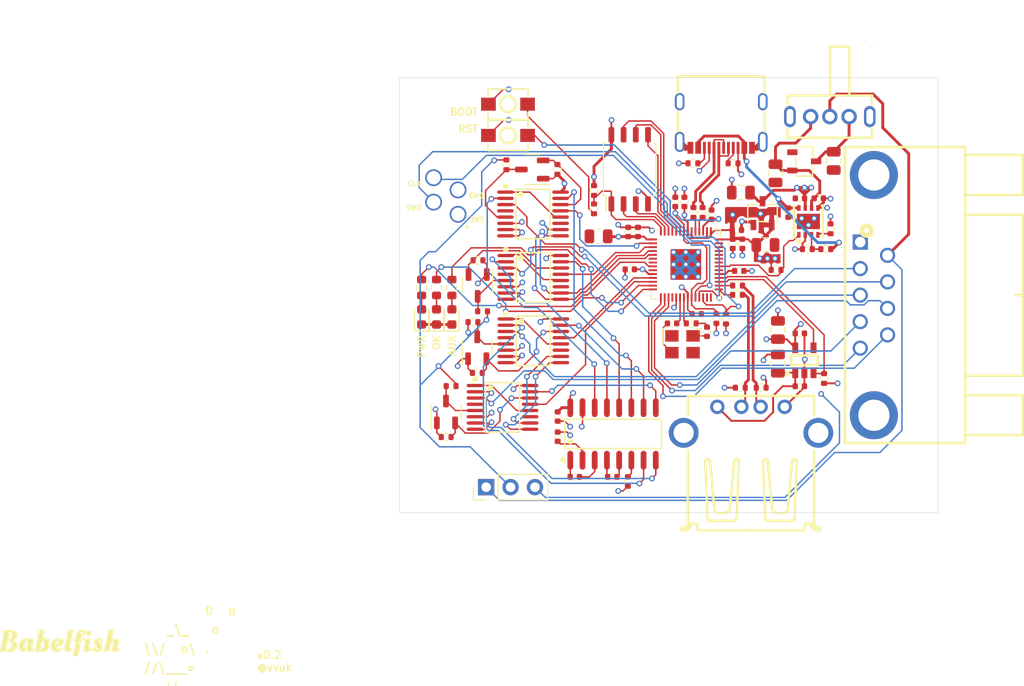
<source format=kicad_pcb>
(kicad_pcb (version 20221018) (generator pcbnew)
  (title_block (title "Babelfish") (date "2023-01-29") (rev "REV1") (company "Bitops"))
  (layers (0 "F.Cu" signal) (1 "In1.Cu" signal) (2 "In2.Cu" signal) (31 "B.Cu" signal) (34 "B.Paste" user) (35 "F.Paste" user) (36 "B.SilkS" user "B.Silkscreen") (37 "F.SilkS" user "F.Silkscreen") (38 "B.Mask" user) (39 "F.Mask" user) (44 "Edge.Cuts" user))
  (net 0 "")
  (net 1 "GND")
  (net 2 "VBUS")
  (net 3 "/XIN")
  (net 4 "/XOUT")
  (net 5 "+3V3")
  (net 6 "+1V1")
  (net 7 "/~{USB_BOOT}")
  (net 8 "/GPIO15")
  (net 9 "Net-(D2-A)")
  (net 10 "/5V0")
  (net 11 "/GPIO7")
  (net 12 "/VCC_5V")
  (net 13 "/TX_A_Y0_THRU")
  (net 14 "/RX_A_Y0_THRU")
  (net 15 "/GPIO26")
  (net 16 "/GPIO27")
  (net 17 "/GPIO28")
  (net 18 "/GPIO29")
  (net 19 "/USB2_D+")
  (net 20 "/GPIO22")
  (net 21 "/GPIO19")
  (net 22 "/GPIO18")
  (net 23 "/RUN")
  (net 24 "/SWD")
  (net 25 "/SWCLK")
  (net 26 "/QSPI_SS")
  (net 27 "/QSPI_SD3")
  (net 28 "/QSPI_SCLK")
  (net 29 "/QSPI_SD0")
  (net 30 "/QSPI_SD2")
  (net 31 "/QSPI_SD1")
  (net 32 "/USB_D+")
  (net 33 "/USB_D-")
  (net 34 "/USB2_D-")
  (net 35 "/U1_TX_A")
  (net 36 "/U1_RX_A")
  (net 37 "/GPIO13")
  (net 38 "/GPIO12")
  (net 39 "/GPIO14")
  (net 40 "/USB_DP")
  (net 41 "/USB_DN")
  (net 42 "/VCC_IN_SW")
  (net 43 "/VCC_IN")
  (net 44 "/OSC1R")
  (net 45 "/OSC1")
  (net 46 "/OSC2")
  (net 47 "Net-(U11-V+)")
  (net 48 "Net-(U11-C1+)")
  (net 49 "/LED_PWR")
  (net 50 "/LED_P_OK")
  (net 51 "/LED_AUX")
  (net 54 "Net-(U11-C1-)")
  (net 55 "Net-(U11-C2+)")
  (net 56 "Net-(U11-C2-)")
  (net 57 "Net-(U11-V-)")
  (net 58 "Net-(D1-A)")
  (net 59 "Net-(D3-A)")
  (net 60 "/VSHIFT")
  (net 61 "/TX_A_CONN")
  (net 62 "/RX_A_CONN")
  (net 63 "/RX_B_CONN")
  (net 64 "/TX_B_CONN")
  (net 65 "/TX_A_1Y1")
  (net 66 "/TX_A_2Y1")
  (net 67 "/RX_A_1Y1")
  (net 68 "/RX_A_2Y1")
  (net 69 "/TX_B_1Y1")
  (net 70 "/RX_B_2Y1")
  (net 71 "/RX_B_1Y1")
  (net 72 "/STAT_5V0")
  (net 73 "Net-(U3-CC2)")
  (net 74 "/PWR_VSNS")
  (net 75 "Net-(U2-ILIM)")
  (net 76 "Net-(U3-CC1)")
  (net 77 "/TX_A")
  (net 78 "/RX_A")
  (net 79 "/TX_B")
  (net 80 "/RX_B")
  (net 81 "/GPIO16")
  (net 82 "/GPIO17")
  (net 83 "/TX_B_Y0_THRU")
  (net 84 "/TX_A_2Y2")
  (net 86 "/TX_A_1Y2")
  (net 87 "/RX_B_Y0_THRU")
  (net 89 "/CH_A_S0")
  (net 90 "/CH_A_S1")
  (net 91 "/RX_A_2Y2")
  (net 93 "/RX_A_1Y2")
  (net 95 "/TX_B_2Y2")
  (net 97 "/TX_B_2Y1")
  (net 98 "/TX_B_1Y2")
  (net 100 "/CH_B_S0")
  (net 101 "/CH_B_S1")
  (net 102 "/RX_B_2Y2")
  (net 104 "/RX_B_1Y2")
  (net 106 "/VBUS_OUT")
  (net 107 "/USB2_FLG")
  (net 108 "/USB2_EN")
  (footprint "Resistor_SMD:R_0402_1005Metric" (layer "F.Cu") (at 89.894 94.9275)
    (fp_text reference "R23" hide)
    (fp_text value "10k")
  )
  (footprint "Package_TO_SOT_SMD:SOT-23-3" (layer "F.Cu") (at 90.38 91.1093 -90)
    (fp_text reference "Q1" hide)
    (fp_text value "BSS138")
  )
  (footprint "Capacitor_SMD:C_0805_2012Metric" (layer "F.Cu") (at 121.6 95.75 90)
    (fp_text reference "C31" hide)
    (fp_text value "10u")
  )
  (footprint "Resistor_SMD:R_0402_1005Metric" (layer "F.Cu") (at 98.671377 79.036774 90)
    (fp_text reference "R20" hide)
    (fp_text value "10k")
  )
  (footprint "Capacitor_SMD:C_0805_2012Metric" (layer "F.Cu") (at 117.75 81.45 180)
    (fp_text reference "C21" hide)
    (fp_text value "10u")
  )
  (footprint "Connector_PinHeader_2.54mm:PinHeader_1x03_P2.54mm_Vertical" (layer "F.Cu") (at 91.26 112.1 90)
    (fp_text reference "J1" hide)
    (fp_text value "Shifter Power")
  )
  (footprint "MountingHole:MountingHole_2.7mm_M2.5" (layer "F.Cu") (at 85.75 73)
    (fp_text reference "H4" hide)
    (fp_text value "MountingHole")
  )
  (footprint "Capacitor_SMD:C_0402_1005Metric" (layer "F.Cu") (at 98.7 106.84883 -90)
    (fp_text reference "C23" hide)
    (fp_text value "100n")
  )
  (footprint "LED_SMD:LED_0603_1608Metric" (layer "F.Cu") (at 84.55 94.3875 90)
    (fp_text reference "D1" hide)
    (fp_text value "Red")
  )
  (footprint "Capacitor_SMD:C_0402_1005Metric" (layer "F.Cu") (at 106.1955 89.439 180)
    (fp_text reference "C16" hide)
    (fp_text value "100n")
  )
  (footprint "Capacitor_SMD:C_0402_1005Metric" (layer "F.Cu") (at 117.33 85.35)
    (fp_text reference "C14" hide)
    (fp_text value "1u")
  )
  (footprint "Resistor_SMD:R_0402_1005Metric" (layer "F.Cu") (at 117.69 101.75 180)
    (fp_text reference "R26" hide)
    (fp_text value "15k")
  )
  (footprint "Resistor_SMD:R_0402_1005Metric" (layer "F.Cu") (at 116.2 94.61 -90)
    (fp_text reference "R14" hide)
    (fp_text value "10k")
  )
  (footprint "LED_SMD:LED_0603_1608Metric" (layer "F.Cu") (at 86.1 94.3875 90)
    (fp_text reference "D2" hide)
    (fp_text value "Red")
  )
  (footprint "lcsc:USB-C-SMD_G-SWITCH_GT-USB-7010ASV" (layer "F.Cu") (at 115.705434 74.389076 180)
    (fp_text reference "U3" hide)
    (fp_text value "GT-USB-7010ASV")
  )
  (footprint "Capacitor_SMD:C_0402_1005Metric" (layer "F.Cu") (at 106 111.50883 -90)
    (fp_text reference "C27" hide)
    (fp_text value "100n")
  )
  (footprint "Capacitor_SMD:C_0805_2012Metric" (layer "F.Cu") (at 120.3 86.9)
    (fp_text reference "C22" hide)
    (fp_text value "10u")
  )
  (footprint "SnapEDA:490107670412" (layer "F.Cu") (at 87.07 81.805 -90)
    (fp_text reference "J2" hide)
    (fp_text value "SWD")
  )
  (footprint "Resistor_SMD:R_0402_1005Metric" (layer "F.Cu") (at 127.069979 85.220051 90)
    (fp_text reference "R9" hide)
    (fp_text value "1k4")
  )
  (footprint "Resistor_SMD:R_0402_1005Metric" (layer "F.Cu") (at 121.41 89.5 180)
    (fp_text reference "R2" hide)
    (fp_text value "10k")
  )
  (footprint "Resistor_SMD:R_0402_1005Metric" (layer "F.Cu") (at 117.4005 91.1226 180)
    (fp_text reference "R13" hide)
    (fp_text value "22")
  )
  (footprint "MountingHole:MountingHole_2.7mm_M2.5" (layer "F.Cu") (at 85.75 111.25)
    (fp_text reference "H1" hide)
    (fp_text value "MountingHole")
  )
  (footprint "Resistor_SMD:R_0402_1005Metric" (layer "F.Cu") (at 102.4776 81.2328 -90)
    (fp_text reference "R7" hide)
    (fp_text value "DNF")
  )
  (footprint "Capacitor_SMD:C_0402_1005Metric" (layer "F.Cu") (at 117.9 86.78 -90)
    (fp_text reference "C7" hide)
    (fp_text value "100n")
  )
  (footprint "lcsc:TSSOP-16_L5.0-W4.4-P0.65-LS6.4-BL" (layer "F.Cu") (at 96.132416 83.674879 -90)
    (fp_text reference "U7" hide)
    (fp_text value "74HC4052PW,118")
  )
  (footprint "lcsc:SOT-23-3_L2.9-W1.6-P1.90-LS2.8-BR" (layer "F.Cu") (at 120 83.585077 -90)
    (fp_text reference "U6" hide)
    (fp_text value "TPMCP1703T-3302E_CB")
  )
  (footprint "Capacitor_SMD:C_0402_1005Metric" (layer "F.Cu") (at 111.8755 82.42 90)
    (fp_text reference "C5" hide)
    (fp_text value "100n")
  )
  (footprint "lcsc:SW-TH_SHOU_SK12D07VG5" (layer "F.Cu") (at 127 73.543015 180)
    (fp_text reference "SW3" hide)
    (fp_text value "SK12D07VG5_C3020419")
  )
  (footprint "Resistor_SMD:R_0603_1608Metric" (layer "F.Cu") (at 84.55 91.325 -90)
    (fp_text reference "R15" hide)
    (fp_text value "68")
  )
  (footprint "kibuzzard-644F3679" (layer "F.Cu") (at 46.95 128.3)
    (fp_text reference "kibuzzard-644F3679" hide)
    (fp_text value "G***" hide)
  )
  (footprint "Capacitor_SMD:C_0402_1005Metric" (layer "F.Cu") (at 116.9 86.78 -90)
    (fp_text reference "C6" hide)
    (fp_text value "100n")
  )
  (footprint "Package_TO_SOT_SMD:SOT-23-3" (layer "F.Cu") (at 96.060677 79.049974 180)
    (fp_text reference "Q2" hide)
    (fp_text value "~")
  )
  (footprint "LED_SMD:LED_0603_1608Metric" (layer "F.Cu") (at 87.7 94.3875 90)
    (fp_text reference "D3" hide)
    (fp_text value "Blue")
  )
  (footprint "Resistor_SMD:R_0402_1005Metric" (layer "F.Cu") (at 87.6196 101.5832 180)
    (fp_text reference "R25" hide)
    (fp_text value "10k")
  )
  (footprint "Resistor_SMD:R_0402_1005Metric" (layer "F.Cu") (at 126.4 100.79 -90)
    (fp_text reference "R28" hide)
    (fp_text value "10k")
  )
  (footprint "Capacitor_SMD:C_0402_1005Metric" (layer "F.Cu") (at 104.38 111.02883)
    (fp_text reference "C26" hide)
    (fp_text value "100n")
  )
  (footprint "Capacitor_SMD:C_0402_1005Metric" (layer "F.Cu") (at 117.58 89.6)
    (fp_text reference "C10" hide)
    (fp_text value "100n")
  )
  (footprint "lcsc:SON-8_L3.0-W3.0-P0.65-LS3.0-BL-EP" (layer "F.Cu") (at 124.770106 84.449924)
    (fp_text reference "U2" hide)
    (fp_text value "TPS2113ADRBR")
  )
  (footprint "Capacitor_SMD:C_0402_1005Metric" (layer "F.Cu") (at 123.88 101.6)
    (fp_text reference "C28" hide)
    (fp_text value "100n")
  )
  (footprint "Resistor_SMD:R_0402_1005Metric" (layer "F.Cu") (at 113.7655 83.5162 -90)
    (fp_text reference "R4" hide)
    (fp_text value "27")
  )
  (footprint "Package_TO_SOT_SMD:SOT-23-3" (layer "F.Cu") (at 87.0848 104.2725 90)
    (fp_text reference "Q4" hide)
    (fp_text value "~")
  )
  (footprint "RP2040_minimal:RP2040-QFN-56" (layer "F.Cu") (at 112.0255 88.9265)
    (fp_text reference "U1" hide)
    (fp_text value "RP2040")
  )
  (footprint "lcsc:TSSOP-16_L5.0-W4.4-P0.65-LS6.4-BL" (layer "F.Cu") (at 96.163938 96.874879 -90)
    (fp_text reference "U9" hide)
    (fp_text value "74HC4052PW,118")
  )
  (footprint "Resistor_SMD:R_0402_1005Metric" (layer "F.Cu") (at 87.1046 106.885)
    (fp_text reference "R24" hide)
    (fp_text value "10k")
  )
  (footprint "Capacitor_SMD:C_0402_1005Metric" (layer "F.Cu") (at 123.88 96.1)
    (fp_text reference "C30" hide)
    (fp_text value "100n")
  )
  (footprint "RP2040_minimal:USB-A-TH__USB-AF-90" (layer "F.Cu") (at 118.8 105.095)
    (fp_text reference "J4" hide)
    (fp_text value "USB_A" hide)
  )
  (footprint "lcsc:SOT-25-5_L2.9-W1.6-P0.95-LS2.8-BL" (layer "F.Cu") (at 124.350318 98.900025)
    (fp_text reference "U12" hide)
    (fp_text value "AP2191WG-7")
  )
  (footprint "Resistor_SMD:R_0402_1005Metric" (layer "F.Cu") (at 112.585227 95.057862 180)
    (fp_text reference "R1" hide)
    (fp_text value "1k")
  )
  (footprint "Resistor_SMD:R_0603_1608Metric" (layer "F.Cu") (at 86.1 91.325 -90)
    (fp_text reference "R16" hide)
    (fp_text value "68")
  )
  (footprint "Resistor_SMD:R_0402_1005Metric" (layer "F.Cu") (at 112.7655 78.4 180)
    (fp_text reference "R5" hide)
    (fp_text value "5.1K")
  )
  (footprint "Capacitor_SMD:C_0402_1005Metric" (layer "F.Cu") (at 122.669979 83.530051 -90)
    (fp_text reference "C15" hide)
    (fp_text value "100n")
  )
  (footprint "Capacitor_SMD:C_0402_1005Metric" (layer "F.Cu") (at 107.0496 85.5482 90)
    (fp_text reference "C4" hide)
    (fp_text value "100n")
  )
  (footprint "Resistor_SMD:R_0402_1005Metric" (layer "F.Cu") (at 126.579979 87.330051 180)
    (fp_text reference "R6" hide)
    (fp_text value "10k2")
  )
  (footprint "Resistor_SMD:R_0402_1005Metric" (layer "F.Cu") (at 112.8154 83.5162 -90)
    (fp_text reference "R3" hide)
    (fp_text value "27")
  )
  (footprint "Resistor_SMD:R_0603_1608Metric" (layer "F.Cu") (at 87.7 91.325 -90)
    (fp_text reference "R17" hide)
    (fp_text value "68")
  )
  (footprint "Resistor_SMD:R_0402_1005Metric" (layer "F.Cu") (at 119.86 101.75)
    (fp_text reference "R27" hide)
    (fp_text value "15k")
  )
  (footprint "Capacitor_SMD:C_0402_1005Metric" (layer "F.Cu") (at 114.225227 95.927862 90)
    (fp_text reference "C11" hide)
    (fp_text value "30p")
  )
  (footprint "Resistor_SMD:R_0402_1005Metric" (layer "F.Cu") (at 90.89 93.8 180)
    (fp_text reference "R19" hide)
    (fp_text value "10k")
  )
  (footprint "Package_TO_SOT_SMD:SOT-23-3" (layer "F.Cu") (at 90.334 97.6 90)
    (fp_text reference "Q3" hide)
    (fp_text value "~")
  )
  (footprint "Resistor_SMD:R_0402_1005Metric" (layer "F.Cu") (at 93.369577 78.559974 -90)
    (fp_text reference "R21" hide)
    (fp_text value "10k")
  )
  (footprint "Resistor_SMD:R_0402_1005Metric" (layer "F.Cu") (at 90.3472 100.2125)
    (fp_text reference "R22" hide)
    (fp_text value "10k")
  )
  (footprint "Capacitor_SMD:C_0805_2012Metric" (layer "F.Cu") (at 121.35 79.45 -90)
    (fp_text reference "C20" hide)
    (fp_text value "10u")
  )
  (footprint "lcsc:OSC-SMD_4P-L3.2-W2.5-BL" (layer "F.Cu") (at 111.675151 97.23283 180)
    (fp_text reference "X1" hide)
    (fp_text value "X322512MSB4SI")
  )
  (footprint "lcsc:SOIC-16_L9.9-W3.9-P1.27-LS6.0-BL" (layer "F.Cu") (at 104.454991 106.564415)
    (fp_text reference "U11" hide)
    (fp_text value "MAX3232IDR")
  )
  (footprint "Capacitor_SMD:C_0805_2012Metric" (layer "F.Cu") (at 121.6 99.25 90)
    (fp_text reference "C29" hide)
    (fp_text value "10u")
  )
  (footprint "Capacitor_SMD:C_0402_1005Metric" (layer "F.Cu") (at 100.48 111.02883)
    (fp_text reference "C24" hide)
    (fp_text value "100n")
  )
  (footprint "Capacitor_SMD:C_0402_1005Metric" (layer "F.Cu") (at 110.595227 95.057798)
    (fp_text reference "C12" hide)
    (fp_text value "30p")
  )
  (footprint "Capacitor_SMD:C_0402_1005Metric" (layer "F.Cu") (at 110.9255 82.419 90)
    (fp_text reference "C2" hide)
    (fp_text value "100n")
  )
  (footprint "Capacitor_SMD:C_0402_1005Metric" (layer "F.Cu") (at 106.0336 85.5482 90)
    (fp_text reference "C9" hide)
    (fp_text value "100n")
  )
  (footprint "MountingHole:MountingHole_2.7mm_M2.5" (layer "F.Cu") (at 134.75 73)
    (fp_text reference "H3" hide)
    (fp_text value "MountingHole")
  )
  (footprint "Capacitor_SMD:C_0805_2012Metric" (layer "F.Cu") (at 127.4 78.15 -90)
    (fp_text reference "C19" hide)
    (fp_text value "10u")
  )
  (footprint "Capacitor_SMD:C_0402_1005Metric" (layer "F.Cu") (at 98.7 104.74883 -90)
    (fp_text reference "C25" hide)
    (fp_text value "100n")
  )
  (footprint "Capacitor_SMD:C_0402_1005Metric" (layer "F.Cu") (at 114.7055 83.75 90)
    (fp_text reference "C13" hide)
    (fp_text value "1u")
  )
  (footprint "Resistor_SMD:R_0402_1005Metric" (layer "F.Cu") (at 124.659979 87.330051 180)
    (fp_text reference "R8" hide)
    (fp_text value "2k05")
  )
  (footprint "Capacitor_SMD:C_0805_2012Metric" (layer "F.Cu") (at 102.95 86 180)
    (fp_text reference "C3" hide)
    (fp_text value "10u")
  )
  (footprint "MountingHole:MountingHole_2.7mm_M2.5" (layer "F.Cu") (at 134.75 111.25)
    (fp_text reference "H2" hide)
    (fp_text value "MountingHole")
  )
  (footprint "Resistor_SMD:R_0402_1005Metric" (layer "F.Cu") (at 90.4156 88.4982 180)
    (fp_text reference "R18" hide)
    (fp_text value "10k")
  )
  (footprint "Resistor_SMD:R_0402_1005Metric" (layer "F.Cu") (at 117.4005 92.0878 180)
    (fp_text reference "R12" hide)
    (fp_text value "22")
  )
  (footprint "Package_SO:SOIC-8_5.23x5.23mm_P1.27mm" (layer "F.Cu") (at 106.186 79.0298 90)
    (fp_text reference "U4" hide)
    (fp_text value "W25Q128JVS")
  )
  (footprint "lcsc:SW-SMD_L4.0-W2.9-LS5.0" (layer "F.Cu") (at 93.535052 72.25)
    (fp_text reference "SW1" hide)
    (fp_text value "TS342A2P-WZ")
  )
  (footprint "lcsc:SW-SMD_L4.0-W2.9-LS5.0" (layer "F.Cu") (at 93.535052 75.5)
    (fp_text reference "SW2" hide)
    (fp_text value "TS342A2P-WZ")
  )
  (footprint "kibuzzard-644F39EB" (layer "F.Cu") (at 60.45 128.6)
    (fp_text reference "kibuzzard-644F39EB" hide)
    (fp_text value "G***" hide)
  )
  (footprint "Capacitor_SMD:C_0402_1005Metric" (layer "F.Cu") (at 125.849979 82.050051)
    (fp_text reference "C18" hide)
    (fp_text value "100n")
  )
  (footprint "lcsc:SOT-23-3_L2.9-W1.6-P1.90-LS2.8-BR" (layer "F.Cu") (at 124.335077 78.199962 180)
    (fp_text reference "U5" hide)
    (fp_text value "TPMCP1703T-5002E_CB")
  )
  (footprint "Capacitor_SMD:C_0402_1005Metric" (layer "F.Cu") (at 123.889979 82.050051 180)
    (fp_text reference "C17" hide)
    (fp_text value "1u")
  )
  (footprint "Resistor_SMD:R_0402_1005Metric" (layer "F.Cu") (at 116.94 78.4)
    (fp_text reference "R10" hide)
    (fp_text value "5.1K")
  )
  (footprint "Resistor_SMD:R_0402_1005Metric" (layer "F.Cu") (at 102.4776 83.1404 -90)
    (fp_text reference "R11" hide)
    (fp_text value "1k")
  )
  (footprint "lcsc:TSSOP-16_L5.0-W4.4-P0.65-LS6.4-BL" (layer "F.Cu") (at 96.163938 90.274905 -90)
    (fp_text reference "U8" hide)
    (fp_text value "74HC4052PW,118")
  )
  (footprint "Capacitor_SMD:C_0402_1005Metric" (layer "F.Cu") (at 113.1555 94.089)
    (fp_text reference "C8" hide)
    (fp_text value "100n")
  )
  (footprint "lcsc:TSSOP-16_L5.0-W4.4-P0.65-LS6.4-BL" (layer "F.Cu") (at 92.965761 103.8 -90)
    (fp_text reference "U10" hide)
    (fp_text value "74HC4052PW,118")
  )
  (footprint "Capacitor_SMD:C_0402_1005Metric" (layer "F.Cu") (at 115.2 94.569 -90)
    (fp_text reference "C1" hide)
    (fp_text value "100n")
  )
  (footprint "lcsc:DSUB-TH_DMR-9S" (layer "F.Cu") (at 131.58001 92.119888)
    (fp_text reference "J3" hide)
    (fp_text value "DE9 Female")
  )
  (gr_rect (start 82.25 69.5) (end 138.25 114.75) (stroke (width 0.05)) (fill none) (layer "Edge.Cuts"))
  (gr_text "PWR" (at 85 96.2 90) (layer "F.SilkS") (effects (font (size 0.75 0.75)) (justify right bottom)))
  (gr_text "3V3" (at 91.09 84.57) (layer "F.SilkS") (effects (font (size 0.5 0.5) (thickness 0.125)) (justify right bottom)))
  (gr_text "BOOT" (at 90.5 73.5) (layer "F.SilkS") (effects (font (size 0.75 0.75)) (justify right bottom)))
  (gr_text " OK" (at 86.55 96.2 90) (layer "F.SilkS") (effects (font (size 0.75 0.75)) (justify right bottom)))
  (gr_text "SWD" (at 84.59 83.32) (layer "F.SilkS") (effects (font (size 0.5 0.5) (thickness 0.125)) (justify right bottom)))
  (gr_text "RST" (at 90.5 75.25) (layer "F.SilkS") (effects (font (size 0.75 0.75)) (justify right bottom)))
  (gr_text "GND" (at 91.09 82.07) (layer "F.SilkS") (effects (font (size 0.5 0.5) (thickness 0.125)) (justify right bottom)))
  (gr_text "CLK" (at 84.59 80.82) (layer "F.SilkS") (effects (font (size 0.5 0.5) (thickness 0.125)) (justify right bottom)))
  (gr_text "AUX" (at 88.15 96.2 90) (layer "F.SilkS") (effects (font (size 0.75 0.75)) (justify right bottom)))
  (gr_text_box "v0.2\n@vvuk" (start 66.75 128.5) (end 69.25 131) (layer "F.SilkS") (effects (font (size 0.8 0.8) (thickness 0.15) bold) (justify left top)))
  (segment (start 93.298177 97.849987) (end 94.550013 97.849987) (width 0.15) (layer "F.Cu") (net 1))
  (segment (start 98.7 106.36883) (end 99.66883 106.36883) (width 0.15) (layer "F.Cu") (net 1))
  (segment (start 91.5 72.25) (end 93.05 70.7) (width 0.15) (layer "F.Cu") (net 1))
  (segment (start 112.005434 76.789101) (end 111.385419 76.169086) (width 0.6) (layer "F.Cu") (net 1))
  (segment (start 126.329979 82.050051) (end 127.039979 82.050051) (width 0.2) (layer "F.Cu") (net 1))
  (segment (start 116.9 87.26) (end 116.9 88) (width 0.2) (layer "F.Cu") (net 1))
  (segment (start 124.440032 86.459998) (end 124.149979 86.750051) (width 0.2) (layer "F.Cu") (net 1))
  (segment (start 108.1682 85.0682) (end 108.5 85.4) (width 0.2) (layer "F.Cu") (net 1))
  (segment (start 114.455523 78.144477) (end 114.455523 76.789101) (width 0.15) (layer "F.Cu") (net 1))
  (segment (start 95 85.6) (end 94.650025 85.949975) (width 0.15) (layer "F.Cu") (net 1))
  (segment (start 91.075943 106.099975) (end 91.825905 105.350013) (width 0.15) (layer "F.Cu") (net 1))
  (segment (start 114.7055 82.8195) (end 115.225 82.3) (width 0.2) (layer "F.Cu") (net 1))
  (segment (start 114.7055 83.27) (end 114.7055 82.8195) (width 0.2) (layer "F.Cu") (net 1))
  (segment (start 94.575918 91.25) (end 95.025905 90.800013) (width 0.15) (layer "F.Cu") (net 1))
  (segment (start 124.349785 98.850215) (end 124.4 98.8) (width 0.2) (layer "F.Cu") (net 1))
  (segment (start 94.275943 92.549975) (end 95.025905 91.800013) (width 0.15) (layer "F.Cu") (net 1))
  (segment (start 110.925 81.05) (end 110.9255 81.0495) (width 0.2) (layer "F.Cu") (net 1))
  (segment (start 126.329979 82.050051) (end 126.329979 82.480094) (width 0.3) (layer "F.Cu") (net 1))
  (segment (start 91.5 75.5) (end 93.1 73.9) (width 0.15) (layer "F.Cu") (net 1))
  (segment (start 118.06 89.6) (end 118.9 89.6) (width 0.2) (layer "F.Cu") (net 1))
  (segment (start 95 85.6) (end 94.699987 85.299987) (width 0.15) (layer "F.Cu") (net 1))
  (segment (start 118 84.45) (end 117.95 84.5) (width 0.3) (layer "F.Cu") (net 1))
  (segment (start 127.039979 82.050051) (end 127.069979 82.080051) (width 0.2) (layer "F.Cu") (net 1))
  (segment (start 117.81 84.64) (end 117.85 84.6) (width 0.3) (layer "F.Cu") (net 1))
  (segment (start 94.699987 85.299987) (end 93.274082 85.299987) (width 0.15) (layer "F.Cu") (net 1))
  (segment (start 90.124082 104.8) (end 91.375918 104.8) (width 0.15) (layer "F.Cu") (net 1))
  (segment (start 124.149979 86.750051) (end 124.149979 87.330051) (width 0.2) (layer "F.Cu") (net 1))
  (segment (start 124.36 98.76) (end 124.36 96.1) (width 0.2) (layer "F.Cu") (net 1))
  (segment (start 107.0496 85.0682) (end 108.1682 85.0682) (width 0.2) (layer "F.Cu") (net 1))
  (segment (start 124.36 101.68) (end 122.3 103.74) (width 0.2) (layer "F.Cu") (net 1))
  (segment (start 93.1 73.9) (end 93.6 73.9) (width 0.15) (layer "F.Cu") (net 1))
  (segment (start 120.5 98.3) (end 121.6 98.3) (width 0.2) (layer "F.Cu") (net 1))
  (segment (start 121.6 94.8) (end 121.6 93.7) (width 0.2) (layer "F.Cu") (net 1))
  (segment (start 124.349785 100.2) (end 124.349785 101.589785) (width 0.2) (layer "F.Cu") (net 1))
  (segment (start 116.8 81.45) (end 116.8 80.1) (width 0.2) (layer "F.Cu") (net 1))
  (segment (start 112.505561 76.789101) (end 112.005434 76.789101) (width 0.6) (layer "F.Cu") (net 1))
  (segment (start 120.1 98.7) (end 120.5 98.3) (width 0.2) (layer "F.Cu") (net 1))
  (segment (start 101.279985 105.720015) (end 101.2 105.8) (width 0.15) (layer "F.Cu") (net 1))
  (segment (start 124.349785 101.589785) (end 124.36 101.6) (width 0.2) (layer "F.Cu") (net 1))
  (segment (start 117.9 87.26) (end 117.9 88) (width 0.2) (layer "F.Cu") (net 1))
  (segment (start 120.37 100.97) (end 120.1 100.7) (width 0.2) (layer "F.Cu") (net 1))
  (segment (start 113.425 79.175) (end 114.455523 78.144477) (width 0.15) (layer "F.Cu") (net 1))
  (segment (start 106.0336 85.0682) (end 105.2682 85.0682) (width 0.2) (layer "F.Cu") (net 1))
  (segment (start 98.7 105.22883) (end 99.42883 105.22883) (width 0.15) (layer "F.Cu") (net 1))
  (segment (start 91.375918 104.8) (end 91.825905 104.350013) (width 0.15) (layer "F.Cu") (net 1))
  (segment (start 117.18 101.75) (end 116.05 101.75) (width 0.2) (layer "F.Cu") (net 1))
  (segment (start 117.45 79.2) (end 117.8 79.55) (width 0.2) (layer "F.Cu") (net 1))
  (segment (start 111.8755 81.0755) (end 111.875 81.075) (width 0.2) (layer "F.Cu") (net 1))
  (segment (start 93.05 70.7) (end 93.6 70.7) (width 0.15) (layer "F.Cu") (net 1))
  (segment (start 111.0255 92.364) (end 111.0255 93.1845) (width 0.15) (layer "F.Cu") (net 1))
  (segment (start 90.124082 106.099975) (end 91.075943 106.099975) (width 0.15) (layer "F.Cu") (net 1))
  (segment (start 110.9255 81.0505) (end 110.925 81.05) (width 0.2) (layer "F.Cu") (net 1))
  (segment (start 120.37 101.75) (end 120.37 100.97) (width 0.2) (layer "F.Cu") (net 1))
  (segment (start 93.298177 98.499974) (end 94.900026 98.499974) (width 0.15) (layer "F.Cu") (net 1))
  (segment (start 117.455523 78.394477) (end 117.45 78.4) (width 0.15) (layer "F.Cu") (net 1))
  (segment (start 117.81 85.35) (end 117.81 84.64) (width 0.3) (layer "F.Cu") (net 1))
  (segment (start 117.95 84.5) (end 118.729884 84.5) (width 0.3) (layer "F.Cu") (net 1))
  (segment (start 115.2 95.049) (end 115.2 96.1) (width 0.15) (layer "F.Cu") (net 1))
  (segment (start 105.7155 89.439) (end 105.7155 90.2845) (width 0.2) (layer "F.Cu") (net 1))
  (segment (start 94.900026 98.499974) (end 95 98.4) (width 0.15) (layer "F.Cu") (net 1))
  (segment (start 99.42883 105.22883) (end 100 105.8) (width 0.15) (layer "F.Cu") (net 1))
  (segment (start 110.9255 81.0495) (end 110.9255 81.0255) (width 0.2) (layer "F.Cu") (net 1))
  (segment (start 106 111.98883) (end 105.48883 112.5) (width 0.15) (layer "F.Cu") (net 1))
  (segment (start 94.650025 85.949975) (end 93.274082 85.949975) (width 0.15) (layer "F.Cu") (net 1))
  (segment (start 101.279985 103.82883) (end 101.279985 105.720015) (width 0.15) (layer "F.Cu") (net 1))
  (segment (start 110.9255 81.939) (end 110.9255 81.0505) (width 0.2) (layer "F.Cu") (net 1))
  (segment (start 112.2555 78.4) (end 111.3 78.4) (width 0.15) (layer "F.Cu") (net 1))
  (segment (start 117.85 84.45) (end 118 84.45) (width 0.3) (layer "F.Cu") (net 1))
  (segment (start 107.4 81.3) (end 107.1 81.3) (width 0.2) (layer "F.Cu") (net 1))
  (segment (start 124.4 98.8) (end 124.36 98.76) (width 0.2) (layer "F.Cu") (net 1))
  (segment (start 105.7155 90.2845) (end 105.7 90.3) (width 0.2) (layer "F.Cu") (net 1))
  (segment (start 126.719979 83.030051) (end 126.719979 83.130051) (width 0.2) (layer "F.Cu") (net 1))
  (segment (start 111.875 81.075) (end 111.875 81.025) (width 0.2) (layer "F.Cu") (net 1))
  (segment (start 94.550013 97.849987) (end 95 97.4) (width 0.15) (layer "F.Cu") (net 1))
  (segment (start 118.729884 84.5) (end 119.050038 84.820154) (width 0.3) (layer "F.Cu") (net 1))
  (segment (start 94.250038 99.149962) (end 95 98.4) (width 0.15) (layer "F.Cu") (net 1))
  (segment (start 93.324082 91.25) (end 94.575918 91.25) (width 0.15) (layer "F.Cu") (net 1))
  (segment (start 106.0336 85.0682) (end 107.0496 85.0682) (width 0.2) (layer "F.Cu") (net 1))
  (segment (start 117.45 78.4) (end 117.45 79.2) (width 0.2) (layer "F.Cu") (net 1))
  (segment (start 126.719979 83.130051) (end 126.669979 83.080051) (width 0.2) (layer "F.Cu") (net 1))
  (segment (start 117.455523 76.789101) (end 117.455523 78.394477) (width 0.15) (layer "F.Cu") (net 1))
  (segment (start 124.440032 85.850102) (end 124.440032 86.459998) (width 0.2) (layer "F.Cu") (net 1))
  (segment (start 93.324082 92.549975) (end 94.275943 92.549975) (width 0.15) (layer "F.Cu") (net 1))
  (segment (start 124.349785 100.2) (end 124.349785 98.850215) (width 0.2) (layer "F.Cu") (net 1))
  (segment (start 90.124082 105.449987) (end 91.725931 105.449987) (width 0.15) (layer "F.Cu") (net 1))
  (segment (start 127.069979 84.710051) (end 127.069979 83.930051) (width 0.2) (layer "F.Cu") (net 1))
  (segment (start 105.2682 85.0682) (end 105 84.8) (width 0.2) (layer "F.Cu") (net 1))
  (segment (start 108.091 81.991) (end 107.4 81.3) (width 0.2) (layer "F.Cu") (net 1))
  (segment (start 117.85 84.6) (end 117.85 84.45) (width 0.3) (layer "F.Cu") (net 1))
  (segment (start 93.298177 99.149962) (end 94.250038 99.149962) (width 0.15) (layer "F.Cu") (net 1))
  (segment (start 108.091 82.6298) (end 108.091 81.991) (width 0.2) (layer "F.Cu") (net 1))
  (segment (start 94.975905 84.5) (end 94.825905 84.65) (width 0.15) (layer "F.Cu") (net 1))
  (segment (start 111.0255 93.1845) (end 110.8 93.41) (width 0.15) (layer "F.Cu") (net 1))
  (segment (start 125.760073 83.05) (end 126.639928 83.05) (width 0.2) (layer "F.Cu") (net 1))
  (segment (start 111.8755 81.94) (end 111.8755 81.0755) (width 0.2) (layer "F.Cu") (net 1))
  (segment (start 126.329979 82.480094) (end 125.760073 83.05) (width 0.3) (layer "F.Cu") (net 1))
  (segment (start 123.369979 87.330051) (end 124.149979 87.330051) (width 0.2) (layer "F.Cu") (net 1))
  (segment (start 105.48883 112.5) (end 105 112.5) (width 0.15) (layer "F.Cu") (net 1))
  (segment (start 94.825905 84.65) (end 93.274082 84.65) (width 0.15) (layer "F.Cu") (net 1))
  (segment (start 93.324082 91.899987) (end 94.925931 91.899987) (width 0.15) (layer "F.Cu") (net 1))
  (segment (start 91.725931 105.449987) (end 91.825905 105.350013) (width 0.15) (layer "F.Cu") (net 1))
  (segment (start 118.905358 76.789101) (end 119.405485 76.789101) (width 0.6) (layer "F.Cu") (net 1))
  (segment (start 126.639928 83.05) (end 126.619979 83.030051) (width 0.2) (layer "F.Cu") (net 1))
  (segment (start 99.66883 106.36883) (end 100 106.7) (width 0.15) (layer "F.Cu") (net 1))
  (segment (start 126.619979 83.030051) (end 126.719979 83.030051) (width 0.2) (layer "F.Cu") (net 1))
  (segment (start 124.36 101.6) (end 124.36 101.68) (width 0.2) (layer "F.Cu") (net 1))
  (segment (start 119.405485 76.789101) (end 120.0255 76.169086) (width 0.6) (layer "F.Cu") (net 1))
  (segment (start 94.925931 91.899987) (end 95.025905 91.800013) (width 0.15) (layer "F.Cu") (net 1))
  (segment (start 84.55 95.175) (end 87.7 95.175) (width 0.3) (layer "F.Cu") (net 1))
  (via (at 105 112.5) (size 0.6) (drill 0.35) (layers "F.Cu" "B.Cu") (net 1))
  (via (at 125.369979 84.130051) (size 0.6) (drill 0.35) (layers "F.Cu" "B.Cu") (net 1))
  (via (at 116.8 80.1) (size 0.6) (drill 0.35) (layers "F.Cu" "B.Cu") (net 1))
  (via (at 91.825905 104.350013) (size 0.6) (drill 0.35) (layers "F.Cu" "B.Cu") (net 1))
  (via (at 115.2 96.1) (size 0.6) (drill 0.35) (layers "F.Cu" "B.Cu") (net 1))
  (via (at 100 106.7) (size 0.6) (drill 0.35) (layers "F.Cu" "B.Cu") (net 1))
  (via (at 93.6 70.7) (size 0.6) (drill 0.35) (layers "F.Cu" "B.Cu") (net 1))
  (via (at 95 97.4) (size 0.6) (drill 0.35) (layers "F.Cu" "B.Cu") (net 1))
  (via (at 105.7 90.3) (size 0.6) (drill 0.35) (layers "F.Cu" "B.Cu") (net 1))
  (via (at 120.1 98.9) (size 0.6) (drill 0.35) (layers "F.Cu" "B.Cu") (net 1))
  (via (at 95 85.6) (size 0.6) (drill 0.35) (layers "F.Cu" "B.Cu") (net 1))
  (via (at 118.9 89.6) (size 0.6) (drill 0.35) (layers "F.Cu" "B.Cu") (net 1))
  (via (at 95.025905 91.800013) (size 0.6) (drill 0.35) (layers "F.Cu" "B.Cu") (net 1))
  (via (at 126.719979 83.030051) (size 0.6) (drill 0.35) (layers "F.Cu" "B.Cu") (net 1))
  (via (at 95 98.4) (size 0.6) (drill 0.35) (layers "F.Cu" "B.Cu") (net 1))
  (via (at 121.6 93.7) (size 0.6) (drill 0.35) (layers "F.Cu" "B.Cu") (net 1))
  (via (at 117.9 88) (size 0.6) (drill 0.35) (layers "F.Cu" "B.Cu") (net 1))
  (via (at 116.05 101.75) (size 0.6) (drill 0.35) (layers "F.Cu" "B.Cu") (net 1))
  (via (at 110.8 93.41) (size 0.6) (drill 0.35) (layers "F.Cu" "B.Cu") (net 1))
  (via (at 111.3 78.4) (size 0.6) (drill 0.35) (layers "F.Cu" "B.Cu") (net 1))
  (via (at 117.8 79.55) (size 0.6) (drill 0.35) (layers "F.Cu" "B.Cu") (net 1))
  (via (at 101.2 105.8) (size 0.6) (drill 0.35) (layers "F.Cu" "B.Cu") (net 1))
  (via (at 115.225 82.3) (size 0.6) (drill 0.35) (layers "F.Cu" "B.Cu") (net 1))
  (via (at 116.9 88) (size 0.6) (drill 0.35) (layers "F.Cu" "B.Cu") (net 1))
  (via (at 91.825905 105.350013) (size 0.6) (drill 0.35) (layers "F.Cu" "B.Cu") (net 1))
  (via (at 124.069979 84.130051) (size 0.6) (drill 0.35) (layers "F.Cu" "B.Cu") (net 1))
  (via (at 105 84.8) (size 0.6) (drill 0.35) (layers "F.Cu" "B.Cu") (net 1))
  (via (at 113.425 79.175) (size 0.6) (drill 0.35) (layers "F.Cu" "B.Cu") (net 1))
  (via (at 111.875 81.025) (size 0.6) (drill 0.35) (layers "F.Cu" "B.Cu") (net 1))
  (via (at 110.925 81.025) (size 0.6) (drill 0.35) (layers "F.Cu" "B.Cu") (net 1))
  (via (at 124.769979 84.830051) (size 0.6) (drill 0.35) (layers "F.Cu" "B.Cu") (net 1))
  (via (at 127.069979 82.080051) (size 0.6) (drill 0.35) (layers "F.Cu" "B.Cu") (net 1))
  (via (at 108.5 85.4) (size 0.6) (drill 0.35) (layers "F.Cu" "B.Cu") (net 1))
  (via (at 93.6 73.9) (size 0.6) (drill 0.35) (layers "F.Cu" "B.Cu") (net 1))
  (via (at 127.069979 83.930051) (size 0.6) (drill 0.35) (layers "F.Cu" "B.Cu") (net 1))
  (via (at 123.369979 87.330051) (size 0.6) (drill 0.35) (layers "F.Cu" "B.Cu") (net 1))
  (via (at 120.1 100.7) (size 0.6) (drill 0.35) (layers "F.Cu" "B.Cu") (net 1))
  (via (at 124.4 98.8) (size 0.6) (drill 0.35) (layers "F.Cu" "B.Cu") (net 1))
  (via (at 95.025905 90.800013) (size 0.6) (drill 0.35) (layers "F.Cu" "B.Cu") (net 1))
  (via (at 94.975905 84.5) (size 0.6) (drill 0.35) (layers "F.Cu" "B.Cu") (net 1))
  (via (at 117.85 84.45) (size 0.6) (drill 0.35) (layers "F.Cu" "B.Cu") (net 1))
  (via (at 100 105.8) (size 0.6) (drill 0.35) (layers "F.Cu" "B.Cu") (net 1))
  (via (at 107.1 81.3) (size 0.6) (drill 0.35) (layers "F.Cu" "B.Cu") (net 1))
  (segment (start 112.0255 90.2015) (end 111.3755 89.5515) (width 0.4) (layer "B.Cu") (net 1))
  (segment (start 112.0005 88.9265) (end 111.3755 89.5515) (width 0.4) (layer "B.Cu") (net 1))
  (segment (start 112.0255 90.2015) (end 113.3005 88.9265) (width 0.4) (layer "B.Cu") (net 1))
  (segment (start 111.363 89.589) (end 111.3755 89.589) (width 0.3) (layer "B.Cu") (net 1))
  (segment (start 111.3755 89.589) (end 111.3755 89.5515) (width 0.3) (layer "B.Cu") (net 1))
  (segment (start 112.0255 88.9265) (end 113.3005 90.2015) (width 0.4) (layer "B.Cu") (net 1))
  (segment (start 110.7505 90.2015) (end 111.363 89.589) (width 0.4) (layer "B.Cu") (net 1))
  (segment (start 111.3755 89.5515) (end 110.7505 88.9265) (width 0.4) (layer "B.Cu") (net 1))
  (segment (start 112.0255 88.9265) (end 113.3005 87.6515) (width 0.4) (layer "B.Cu") (net 1))
  (segment (start 110.7505 87.6515) (end 112.0255 88.9265) (width 0.4) (layer "B.Cu") (net 1))
  (segment (start 113.3005 88.9265) (end 112.0255 87.6515) (width 0.4) (layer "B.Cu") (net 1))
  (segment (start 110.7505 88.9265) (end 112.0255 87.6515) (width 0.4) (layer "B.Cu") (net 1))
  (segment (start 122.600051 83.050051) (end 121.65 82.1) (width 0.3) (layer "F.Cu") (net 2))
  (segment (start 118.35 78.15) (end 118.35 78.2) (width 0.3) (layer "F.Cu") (net 2))
  (segment (start 113.305409 76.204542) (end 113.940852 75.569099) (width 0.3) (layer "F.Cu") (net 2))
  (segment (start 122.669979 83.050051) (end 122.600051 83.050051) (width 0.3) (layer "F.Cu") (net 2))
  (segment (start 118.10551 77.90551) (end 118.35 78.15) (width 0.3) (layer "F.Cu") (net 2))
  (segment (start 122.669979 83.050051) (end 123.780088 83.050051) (width 0.3) (layer "F.Cu") (net 2))
  (segment (start 117.479973 75.569099) (end 118.10551 76.194636) (width 0.3) (layer "F.Cu") (net 2))
  (segment (start 127.089979 87.330051) (end 127.269949 87.330051) (width 0.3) (layer "F.Cu") (net 2))
  (segment (start 127.269949 87.330051) (end 127.95 86.65) (width 0.3) (layer "F.Cu") (net 2))
  (segment (start 113.305409 76.789101) (end 113.305409 76.204542) (width 0.3) (layer "F.Cu") (net 2))
  (segment (start 118.10551 76.789101) (end 118.10551 77.90551) (width 0.3) (layer "F.Cu") (net 2))
  (segment (start 118.10551 76.194636) (end 118.10551 76.789101) (width 0.3) (layer "F.Cu") (net 2))
  (segment (start 113.940852 75.569099) (end 117.479973 75.569099) (width 0.3) (layer "F.Cu") (net 2))
  (segment (start 123.780088 83.050051) (end 123.780139 83.05) (width 0.3) (layer "F.Cu") (net 2))
  (via (at 127.95 86.65) (size 0.6) (drill 0.35) (layers "F.Cu" "B.Cu") (net 2))
  (via (at 118.35 78.2) (size 0.6) (drill 0.35) (layers "F.Cu" "B.Cu") (net 2))
  (via (at 121.65 82.1) (size 0.6) (drill 0.35) (layers "F.Cu" "B.Cu") (net 2))
  (segment (start 118.35 78.2) (end 118.35 78.8) (width 0.3) (layer "B.Cu") (net 2))
  (segment (start 118.35 78.8) (end 121.65 82.1) (width 0.3) (layer "B.Cu") (net 2))
  (segment (start 121.65 82.558601) (end 125.741399 86.65) (width 0.3) (layer "B.Cu") (net 2))
  (segment (start 125.741399 86.65) (end 127.95 86.65) (width 0.3) (layer "B.Cu") (net 2))
  (segment (start 121.65 82.1) (end 121.65 82.558601) (width 0.3) (layer "B.Cu") (net 2))
  (segment (start 111.4255 92.364) (end 111.4255 94.707525) (width 0.15) (layer "F.Cu") (net 3))
  (segment (start 111.4255 94.707525) (end 111.075227 95.057798) (width 0.15) (layer "F.Cu") (net 3))
  (segment (start 112.075227 95.057862) (end 111.825227 94.807862) (width 0.15) (layer "F.Cu") (net 4))
  (segment (start 111.825227 94.807862) (end 111.825227 92.364273) (width 0.15) (layer "F.Cu") (net 4))
  (segment (start 126.4 101.3) (end 127.8 101.3) (width 0.2) (layer "F.Cu") (net 5))
  (segment (start 112.2255 92.364) (end 112.2255 93.639) (width 0.15) (layer "F.Cu") (net 5))
  (segment (start 115.05 85.35) (end 116.85 85.35) (width 0.2) (layer "F.Cu") (net 5))
  (segment (start 107.5255 89.439) (end 106.6755 89.439) (width 0.2) (layer "F.Cu") (net 5))
  (segment (start 89.384 99.7575) (end 89.8372 100.2107) (width 0.15) (layer "F.Cu") (net 5))
  (segment (start 97.800178 87.999822) (end 99.029699 87.999822) (width 0.15) (layer "F.Cu") (net 5))
  (segment (start 86.1348 105.41) (end 86.1348 104.2348) (width 0.15) (layer "F.Cu") (net 5))
  (segment (start 99.4 80.5) (end 99.4 80.275397) (width 0.3) (layer "F.Cu") (net 5))
  (segment (start 100.009982 103.82883) (end 99.14 103.82883) (width 0.3) (layer "F.Cu") (net 5))
  (segment (start 111.8756 84.1792) (end 111.8756 83.7891) (width 0.2) (layer "F.Cu") (net 5))
  (segment (start 86.1348 106.4252) (end 86.5946 106.885) (width 0.15) (layer "F.Cu") (net 5))
  (segment (start 89.384 98.7375) (end 89.384 99.7575) (width 0.15) (layer "F.Cu") (net 5))
  (segment (start 113.999764 86.1765) (end 112.851236 86.1765) (width 0.2) (layer "F.Cu") (net 5))
  (segment (start 117.1 89.6) (end 116.452 89.6) (width 0.2) (layer "F.Cu") (net 5))
  (segment (start 118.5 86.3) (end 118.849962 86.649962) (width 0.2) (layer "F.Cu") (net 5))
  (segment (start 116.1255 89.9265) (end 115.463 89.9265) (width 0.2) (layer "F.Cu") (net 5))
  (segment (start 108.588 89.9265) (end 108.161591 89.9265) (width 0.2) (layer "F.Cu") (net 5))
  (segment (start 97.198177 79.999974) (end 98.218177 79.999974) (width 0.15) (layer "F.Cu") (net 5))
  (segment (start 102.4776 78.7224) (end 104.281 76.919) (width 0.3) (layer "F.Cu") (net 5))
  (segment (start 100.009982 102.590018) (end 100.3 102.3) (width 0.15) (layer "F.Cu") (net 5))
  (segment (start 111.8756 83.7891) (end 111.8755 83.789) (width 0.2) (layer "F.Cu") (net 5))
  (segment (start 114.2255 85.489) (end 114.2255 85.950764) (width 0.2) (layer "F.Cu") (net 5))
  (segment (start 88.3 99.2) (end 88.3 99.5) (width 0.15) (layer "F.Cu") (net 5))
  (segment (start 114.6255 85.9265) (end 114.6255 85.7745) (width 0.2) (layer "F.Cu") (net 5))
  (segment (start 95.831522 101.524917) (end 94.475083 101.524917) (width 0.15) (layer "F.Cu") (net 5))
  (segment (start 112.2255 85.489) (end 112.2255 84.5291) (width 0.2) (layer "F.Cu") (net 5))
  (segment (start 116.8735 86.3265) (end 116.9 86.3) (width 0.2) (layer "F.Cu") (net 5))
  (segment (start 108.161591 89.9265) (end 107.674091 89.439) (width 0.2) (layer "F.Cu") (net 5))
  (segment (start 112.313 86.1765) (end 112.2255 86.089) (width 0.2) (layer "F.Cu") (net 5))
  (segment (start 99.14 103.82883) (end 98.7 104.26883) (width 0.3) (layer "F.Cu") (net 5))
  (segment (start 102.4776 79.814) (end 102.4776 78.7224) (width 0.3) (layer "F.Cu") (net 5))
  (segment (start 120.949962 85.300038) (end 119.35 86.9) (width 0.3) (layer "F.Cu") (net 5))
  (segment (start 91.33 89.9718) (end 90.4018 90.9) (width 0.15) (layer "F.Cu") (net 5))
  (segment (start 86 104.1) (end 86 104) (width 0.15) (layer "F.Cu") (net 5))
  (segment (start 100.009982 103.82883) (end 100.009982 102.590018) (width 0.15) (layer "F.Cu") (net 5))
  (segment (start 111.6 91.3) (end 111.644037 91.3) (width 0.15) (layer "F.Cu") (net 5))
  (segment (start 107.674091 89.439) (end 107.5255 89.439) (width 0.15) (layer "F.Cu") (net 5))
  (segment (start 112.851236 86.1765) (end 112.6255 85.950764) (width 0.2) (layer "F.Cu") (net 5))
  (segment (start 88.3 99.2) (end 88.7625 98.7375) (width 0.15) (layer "F.Cu") (net 5))
  (segment (start 111.644037 91.3) (end 112.2255 91.881463) (width 0.2) (layer "F.Cu") (net 5))
  (segment (start 106.0336 86.0282) (end 107.0496 86.0282) (width 0.3) (layer "F.Cu") (net 5))
  (segment (start 114.6255 85.9265) (end 114.3755 86.1765) (width 0.2) (layer "F.Cu") (net 5))
  (segment (start 120.9 89.5) (end 120.9 88.7) (width 0.15) (layer "F.Cu") (net 5))
  (segment (start 97.200204 94.599796) (end 96.9 94.9) (width 0.15) (layer "F.Cu") (net 5))
  (segment (start 91.33 89.9718) (end 91.33 88.9538) (width 0.15) (layer "F.Cu") (net 5))
  (segment (start 97.5 88.3) (end 97.800178 87.999822) (width 0.15) (layer "F.Cu") (net 5))
  (segment (start 116.452 89.6) (end 116.1255 89.9265) (width 0.2) (layer "F.Cu") (net 5))
  (segment (start 114.2255 85.950764) (end 113.999764 86.1765) (width 0.2) (layer "F.Cu") (net 5))
  (segment (start 120.949962 84.820154) (end 120.949962 85.300038) (width 0.3) (layer "F.Cu") (net 5))
  (segment (start 103.939 86.039) (end 103.9 86) (width 0.3) (layer "F.Cu") (net 5))
  (segment (start 102.4776 79.814) (end 102.4776 80.7528) (width 0.3) (layer "F.Cu") (net 5))
  (segment (start 120.9 88.7) (end 121.3 88.3) (width 0.15) (layer "F.Cu") (net 5))
  (segment (start 112.2255 91.881463) (end 112.2255 92.364) (width 0.2) (layer "F.Cu") (net 5))
  (segment (start 114.6255 85.489) (end 114.6255 85.9265) (width 0.2) (layer "F.Cu") (net 5))
  (segment (start 90.4018 90.9) (end 90.4 90.9) (width 0.3) (layer "F.Cu") (net 5))
  (segment (start 112.851236 86.1765) (end 112.313 86.1765) (width 0.2) (layer "F.Cu") (net 5))
  (segment (start 99.4 80.275397) (end 98.671377 79.546774) (width 0.3) (layer "F.Cu") (net 5))
  (segment (start 86.1348 104.2348) (end 86 104.1) (width 0.15) (layer "F.Cu") (net 5))
  (segment (start 98.998177 81.399796) (end 99.4 80.997973) (width 0.3) (layer "F.Cu") (net 5))
  (segment (start 114.3755 86.1765) (end 113.999764 86.1765) (width 0.2) (layer "F.Cu") (net 5))
  (segment (start 108.588 86.3265) (end 107.9701 86.3265) (width 0.2) (layer "F.Cu") (net 5))
  (segment (start 111.90545 84.20905) (end 111.8756 84.1792) (width 0.2) (layer "F.Cu") (net 5))
  (segment (start 98.218177 79.999974) (end 98.671377 79.546774) (width 0.15) (layer "F.Cu") (net 5))
  (segment (start 104.281 73.919) (end 104.3 73.9) (width 0.2) (layer "F.Cu") (net 5))
  (segment (start 105.0363 86.0282) (end 105.0255 86.039) (width 0.3) (layer "F.Cu") (net 5))
  (segment (start 117.9 86.3) (end 118.5 86.3) (width 0.2) (layer "F.Cu") (net 5))
  (segment (start 105.0255 86.039) (end 103.939 86.039) (width 0.3) (layer "F.Cu") (net 5))
  (segment (start 116.2 95.12) (end 116.2 96.1) (width 0.15) (layer "F.Cu") (net 5))
  (segment (start 104.281 76.919) (end 104.281 75.4298) (width 0.3) (layer "F.Cu") (net 5))
  (segment (start 104.281 75.4298) (end 104.281 73.919) (width 0.2) (layer "F.Cu") (net 5))
  (segment (start 112.6255 85.950764) (end 112.6255 85.489) (width 0.2) (layer "F.Cu") (net 5))
  (segment (start 111.8755 83.789) (end 111.8756 83.7889) (width 0.2) (layer "F.Cu") (net 5))
  (segment (start 86.1348 105.41) (end 86.1348 106.4252) (width 0.15) (layer "F.Cu") (net 5))
  (segment (start 107.6718 86.0282) (end 107.0496 86.0282) (width 0.2) (layer "F.Cu") (net 5))
  (segment (start 99.029699 94.599796) (end 97.200204 94.599796) (width 0.15) (layer "F.Cu") (net 5))
  (segment (start 111.8756 83.7889) (end 111.8756 82.9491) (width 0.2) (layer "F.Cu") (net 5))
  (segment (start 91.33 88.9538) (end 90.9256 88.5494) (width 0.15) (layer "F.Cu") (net 5))
  (segment (start 112.2255 84.5291) (end 111.90545 84.20905) (width 0.2) (layer "F.Cu") (net 5))
  (segment (start 99.4 80.997973) (end 99.4 80.5) (width 0.3) (layer "F.Cu") (net 5))
  (segment (start 106.0336 86.0282) (end 105.0363 86.0282) (width 0.3) (layer "F.Cu") (net 5))
  (segment (start 115.463 86.3265) (end 116.8735 86.3265) (width 0.2) (layer "F.Cu") (net 5))
  (segment (start 112.2255 93.639) (end 112.6755 94.089) (width 0.15) (layer "F.Cu") (net 5))
  (segment (start 112.2255 85.489) (end 112.2255 86.089) (width 0.2) (layer "F.Cu") (net 5))
  (segment (start 107.9701 86.3265) (end 107.6718 86.0282) (width 0.2) (layer "F.Cu") (net 5))
  (segment (start 94.475083 101.524917) (end 94.1 101.9) (width 0.15) (layer "F.Cu") (net 5))
  (segment (start 114.6255 85.7745) (end 115.05 85.35) (width 0.2) (layer "F.Cu") (net 5))
  (segment (start 116.9 86.3) (end 117.9 86.3) (width 0.2) (layer "F.Cu") (net 5))
  (segment (start 89.384 98.7375) (end 88.7625 98.7375) (width 0.15) (layer "F.Cu") (net 5))
  (via (at 88.3 99.5) (size 0.6) (drill 0.35) (layers "F.Cu" "B.Cu") (net 5))
  (via (at 97.5 88.3) (size 0.6) (drill 0.35) (layers "F.Cu" "B.Cu") (net 5))
  (via (at 86 104) (size 0.6) (drill 0.35) (layers "F.Cu" "B.Cu") (net 5))
  (via (at 116.2 96.1) (size 0.6) (drill 0.35) (layers "F.Cu" "B.Cu") (net 5))
  (via (at 107.5255 89.439) (size 0.6) (drill 0.35) (layers "F.Cu" "B.Cu") (net 5))
  (via (at 104.3 73.9) (size 0.6) (drill 0.35) (layers "F.Cu" "B.Cu") (net 5))
  (via (at 90.4 90.9) (size 0.6) (drill 0.35) (layers "F.Cu" "B.Cu") (net 5))
  (via (at 127.8 101.3) (size 0.6) (drill 0.35) (layers "F.Cu" "B.Cu") (net 5))
  (via (at 119.8 83.65) (size 0.6) (drill 0.35) (layers "F.Cu" "B.Cu") (net 5))
  (via (at 111.8755 83.789) (size 0.6) (drill 0.35) (layers "F.Cu" "B.Cu") (net 5))
  (via (at 120.5 88.3) (size 0.6) (drill 0.35) (layers "F.Cu" "B.Cu") (net 5))
  (via (at 111.6 91.3) (size 0.6) (drill 0.35) (layers "F.Cu" "B.Cu") (net 5))
  (via (at 116.9 83.75) (size 0.6) (drill 0.35) (layers "F.Cu" "B.Cu") (net 5))
  (via (at 105.0255 86.039) (size 0.6) (drill 0.35) (layers "F.Cu" "B.Cu") (net 5))
  (via (at 121.3 88.3) (size 0.6) (drill 0.35) (layers "F.Cu" "B.Cu") (net 5))
  (via (at 100.3 102.3) (size 0.6) (drill 0.35) (layers "F.Cu" "B.Cu") (net 5))
  (via (at 94.1 101.9) (size 0.6) (drill 0.35) (layers "F.Cu" "B.Cu") (net 5))
  (via (at 96.9 94.9) (size 0.6) (drill 0.35) (layers "F.Cu" "B.Cu") (net 5))
  (via (at 119.7 88.3) (size 0.6) (drill 0.35) (layers "F.Cu" "B.Cu") (net 5))
  (via (at 102.4776 79.814) (size 0.6) (drill 0.35) (layers "F.Cu" "B.Cu") (net 5))
  (via (at 99.4 80.5) (size 0.6) (drill 0.35) (layers "F.Cu" "B.Cu") (net 5))
  (segment (start 113.7 86.7) (end 114.2 87.2) (width 0.15) (layer "F.Cu") (net 6))
  (segment (start 115.1755 94.089) (end 115.1755 93.799) (width 0.15) (layer "F.Cu") (net 6))
  (segment (start 112.1 86.7) (end 113.7 86.7) (width 0.15) (layer "F.Cu") (net 6))
  (segment (start 113.8255 84.956525) (end 113.8255 85.190472) (width 0.2) (layer "F.Cu") (net 6))
  (segment (start 115.08825 93.71175) (end 115.2 93.8235) (width 0.15) (layer "F.Cu") (net 6))
  (segment (start 112.6255 93.139) (end 113.0255 93.539) (width 0.15) (layer "F.Cu") (net 6))
  (segment (start 112.6255 91.539) (end 112.6255 92.364) (width 0.15) (layer "F.Cu") (net 6))
  (segment (start 113.8 90.9) (end 113.2645 90.9) (width 0.15) (layer "F.Cu") (net 6))
  (segment (start 115.1755 93.799) (end 115.08825 93.71175) (width 0.15) (layer "F.Cu") (net 6))
  (segment (start 110.9255 83.589) (end 110.9358 83.5787) (width 0.2) (layer "F.Cu") (net 6))
  (segment (start 114.2 87.2) (end 114.2 90.5) (width 0.15) (layer "F.Cu") (net 6))
  (segment (start 115.08825 93.71175) (end 114.9155 93.539) (width 0.15) (layer "F.Cu") (net 6))
  (segment (start 111.8255 86.4255) (end 112.1 86.7) (width 0.15) (layer "F.Cu") (net 6))
  (segment (start 111.8255 85.489) (end 111.8255 84.765496) (width 0.15) (layer "F.Cu") (net 6))
  (segment (start 113.2645 90.9) (end 112.6255 91.539) (width 0.15) (layer "F.Cu") (net 6))
  (segment (start 110.9358 83.5787) (end 110.9358 82.9093) (width 0.2) (layer "F.Cu") (net 6))
  (segment (start 113.0255 93.539) (end 114.9155 93.539) (width 0.15) (layer "F.Cu") (net 6))
  (segment (start 114.7055 84.23) (end 115.3845 84.23) (width 0.2) (layer "F.Cu") (net 6))
  (segment (start 111.8255 84.765496) (end 110.9358 83.875796) (width 0.15) (layer "F.Cu") (net 6))
  (segment (start 112.6255 92.364) (end 112.6255 93.139) (width 0.15) (layer "F.Cu") (net 6))
  (segment (start 114.552025 84.23) (end 113.8255 84.956525) (width 0.2) (layer "F.Cu") (net 6))
  (segment (start 111.8255 85.489) (end 111.8255 86.4255) (width 0.15) (layer "F.Cu") (net 6))
  (segment (start 114.2 90.5) (end 113.8 90.9) (width 0.15) (layer "F.Cu") (net 6))
  (segment (start 110.9358 83.5993) (end 110.9255 83.589) (width 0.15) (layer "F.Cu") (net 6))
  (segment (start 110.9358 83.875796) (end 110.9358 83.5993) (width 0.15) (layer "F.Cu") (net 6))
  (segment (start 115.3845 84.23) (end 115.4255 84.189) (width 0.15) (layer "F.Cu") (net 6))
  (segment (start 115.2 93.8235) (end 115.2 94.089) (width 0.15) (layer "F.Cu") (net 6))
  (via (at 110.9255 83.589) (size 0.6) (drill 0.35) (layers "F.Cu" "B.Cu") (net 6))
  (via (at 115.4255 84.189) (size 0.6) (drill 0.35) (layers "F.Cu" "B.Cu") (net 6))
  (segment (start 111.6505 84.314) (end 115.3005 84.314) (width 0.15) (layer "B.Cu") (net 6))
  (segment (start 110.9255 83.589) (end 111.6505 84.314) (width 0.15) (layer "B.Cu") (net 6))
  (segment (start 115.3005 84.314) (end 115.4255 84.189) (width 0.15) (layer "B.Cu") (net 6))
  (segment (start 101.9326 83.1054) (end 102.4776 83.6504) (width 0.15) (layer "F.Cu") (net 7))
  (segment (start 101.9326 79.8326) (end 101.9326 83.1054) (width 0.15) (layer "F.Cu") (net 7))
  (segment (start 95.570104 73.470104) (end 101.9326 79.8326) (width 0.15) (layer "F.Cu") (net 7))
  (segment (start 95.570104 72.25) (end 95.570104 73.470104) (width 0.15) (layer "F.Cu") (net 7))
  (segment (start 86.1 93.6) (end 86.1 92.15) (width 0.15) (layer "F.Cu") (net 9))
  (segment (start 123.4 96.1) (end 123.4 95.7) (width 0.2) (layer "F.Cu") (net 10))
  (segment (start 124.369979 82.050051) (end 124.369979 80.930051) (width 0.3) (layer "F.Cu") (net 10))
  (segment (start 124.440032 82.120104) (end 124.369979 82.050051) (width 0.3) (layer "F.Cu") (net 10))
  (segment (start 121.6 96.7) (end 120.4 96.7) (width 0.2) (layer "F.Cu") (net 10))
  (segment (start 123.4 97.599465) (end 123.400585 97.60005) (width 0.2) (layer "F.Cu") (net 10))
  (segment (start 123.569979 80.930051) (end 125.069979 80.930051) (width 0.3) (layer "F.Cu") (net 10))
  (segment (start 120 82.35) (end 119.6 82.35) (width 0.3) (layer "F.Cu") (net 10))
  (segment (start 124.369979 81.630051) (end 123.669979 80.930051) (width 0.3) (layer "F.Cu") (net 10))
  (segment (start 123.30003 81.2) (end 123.569979 80.930051) (width 0.3) (layer "F.Cu") (net 10))
  (segment (start 124.369979 81.630051) (end 125.069979 80.930051) (width 0.3) (layer "F.Cu") (net 10))
  (segment (start 121.15 81.2) (end 123.30003 81.2) (width 0.3) (layer "F.Cu") (net 10))
  (segment (start 123.669979 80.930051) (end 123.569979 80.930051) (width 0.3) (layer "F.Cu") (net 10))
  (segment (start 124.369979 82.050051) (end 124.369979 81.630051) (width 0.3) (layer "F.Cu") (net 10))
  (segment (start 123.569979 80.930051) (end 123.569979 80.830051) (width 0.3) (layer "F.Cu") (net 10))
  (segment (start 123.4 96.1) (end 123.4 97.599465) (width 0.2) (layer "F.Cu") (net 10))
  (segment (start 122.500535 96.7) (end 121.6 96.7) (width 0.2) (layer "F.Cu") (net 10))
  (segment (start 123.4 95.7) (end 123.979122 95.120878) (width 0.2) (layer "F.Cu") (net 10))
  (segment (start 124.369979 82.050051) (end 124.369979 81.730051) (width 0.3) (layer "F.Cu") (net 10))
  (segment (start 123.569979 80.830051) (end 123.669979 80.930051) (width 0.3) (layer "F.Cu") (net 10))
  (segment (start 119.6 82.35) (end 118.7 81.45) (width 0.3) (layer "F.Cu") (net 10))
  (segment (start 124.440032 83.05) (end 124.440032 82.120104) (width 0.3) (layer "F.Cu") (net 10))
  (segment (start 123.400585 97.60005) (end 122.500535 96.7) (width 0.2) (layer "F.Cu") (net 10))
  (segment (start 120 82.35) (end 121.15 81.2) (width 0.3) (layer "F.Cu") (net 10))
  (via (at 120.4 96.7) (size 0.6) (drill 0.35) (layers "F.Cu" "B.Cu") (net 10))
  (via (at 123.979122 95.120878) (size 0.6) (drill 0.35) (layers "F.Cu" "B.Cu") (net 10))
  (via (at 125.069979 80.930051) (size 0.6) (drill 0.35) (layers "F.Cu" "B.Cu") (net 10))
  (via (at 123.569979 80.930051) (size 0.6) (drill 0.35) (layers "F.Cu" "B.Cu") (net 10))
  (via (at 126.1 102.4) (size 0.6) (drill 0.35) (layers "F.Cu" "B.Cu") (net 10))
  (via (at 124.369979 80.930051) (size 0.6) (drill 0.35) (layers "F.Cu" "B.Cu") (net 10))
  (segment (start 97.410344 113.170344) (end 122.329656 113.170344) (width 0.15) (layer "B.Cu") (net 10))
  (segment (start 128 104.3) (end 126.1 102.4) (width 0.15) (layer "B.Cu") (net 10))
  (segment (start 128 107.5) (end 128 104.3) (width 0.15) (layer "B.Cu") (net 10))
  (segment (start 96.34 112.1) (end 97.410344 113.170344) (width 0.15) (layer "B.Cu") (net 10))
  (segment (start 122.329656 113.170344) (end 128 107.5) (width 0.15) (layer "B.Cu") (net 10))
  (segment (start 121.999924 79.149924) (end 121.35 78.5) (width 0.3) (layer "F.Cu") (net 12))
  (segment (start 123.1 79.149924) (end 121.999924 79.149924) (width 0.3) (layer "F.Cu") (net 12))
  (segment (start 125.099926 83.05) (end 125.099926 82.320104) (width 0.3) (layer "F.Cu") (net 12))
  (segment (start 121.75 76.3) (end 123.45 76.3) (width 0.3) (layer "F.Cu") (net 12))
  (segment (start 124.849924 79.149924) (end 125.95 80.25) (width 0.3) (layer "F.Cu") (net 12))
  (segment (start 121.35 76.7) (end 121.75 76.3) (width 0.3) (layer "F.Cu") (net 12))
  (segment (start 125.099926 82.320104) (end 125.369979 82.050051) (width 0.3) (layer "F.Cu") (net 12))
  (segment (start 123.45 76.3) (end 125 74.75) (width 0.3) (layer "F.Cu") (net 12))
  (segment (start 125.95 81.47003) (end 125.369979 82.050051) (width 0.3) (layer "F.Cu") (net 12))
  (segment (start 125 73.543066) (end 125 74.75) (width 0.3) (layer "F.Cu") (net 12))
  (segment (start 121.35 78.5) (end 121.35 76.7) (width 0.3) (layer "F.Cu") (net 12))
  (segment (start 123.1 79.149924) (end 124.849924 79.149924) (width 0.3) (layer "F.Cu") (net 12))
  (segment (start 125.95 80.25) (end 125.95 81.47003) (width 0.3) (layer "F.Cu") (net 12))
  (segment (start 95.799796 81.399796) (end 97.907429 83.507429) (width 0.15) (layer "F.Cu") (net 13))
  (segment (start 98.39318 84) (end 98.998177 84) (width 0.15) (layer "F.Cu") (net 13))
  (segment (start 93.266655 81.399796) (end 95.799796 81.399796) (width 0.15) (layer "F.Cu") (net 13))
  (segment (start 97.907429 83.514249) (end 98.39318 84) (width 0.15) (layer "F.Cu") (net 13))
  (segment (start 97.907429 83.507429) (end 97.907429 83.514249) (width 0.15) (layer "F.Cu") (net 13))
  (segment (start 97.231522 90.5) (end 99.029699 90.5) (width 0.15) (layer "F.Cu") (net 14))
  (segment (start 93.298177 87.899796) (end 94.631318 87.899796) (width 0.15) (layer "F.Cu") (net 14))
  (segment (start 94.631318 87.899796) (end 97.231522 90.5) (width 0.15) (layer "F.Cu") (net 14))
  (segment (start 119.35 103.29) (end 119.8 103.74) (width 0.2) (layer "F.Cu") (net 19))
  (segment (start 119.0196 92.2317) (end 119.0196 100.939599) (width 0.286) (layer "F.Cu") (net 19))
  (segment (start 119.35 101.75) (end 119.35 103.29) (width 0.2) (layer "F.Cu") (net 19))
  (segment (start 119.35 101.269999) (end 119.35 101.75) (width 0.286) (layer "F.Cu") (net 19))
  (segment (start 119.0196 100.939599) (end 119.35 101.269999) (width 0.286) (layer "F.Cu") (net 19))
  (segment (start 117.9105 91.1226) (end 119.0196 92.2317) (width 0.286) (layer "F.Cu") (net 19))
  (segment (start 115.463 91.1265) (end 116.8866 91.1265) (width 0.15) (layer "F.Cu") (net 21))
  (segment (start 116.0243 92.0878) (end 116.8905 92.0878) (width 0.15) (layer "F.Cu") (net 22))
  (segment (start 115.463 91.5265) (end 116.0243 92.0878) (width 0.15) (layer "F.Cu") (net 22))
  (segment (start 116.2 93.5135) (end 116.2 93.8) (width 0.15) (layer "F.Cu") (net 23))
  (segment (start 113.8255 92.364) (end 113.8255 92.790409) (width 0.15) (layer "F.Cu") (net 23))
  (segment (start 114.174091 93.139) (end 115.8255 93.139) (width 0.15) (layer "F.Cu") (net 23))
  (segment (start 116.2 93.8) (end 116.7 93.3) (width 0.15) (layer "F.Cu") (net 23))
  (segment (start 116.2 93.8) (end 116.2 94.1) (width 0.15) (layer "F.Cu") (net 23))
  (segment (start 96.3 75.5) (end 97.3 76.5) (width 0.15) (layer "F.Cu") (net 23))
  (segment (start 113.8255 92.790409) (end 114.174091 93.139) (width 0.15) (layer "F.Cu") (net 23))
  (segment (start 95.570104 75.5) (end 96.3 75.5) (width 0.15) (layer "F.Cu") (net 23))
  (segment (start 116.7 93.3) (end 117.5 93.3) (width 0.15) (layer "F.Cu") (net 23))
  (segment (start 115.8255 93.139) (end 116.2 93.5135) (width 0.15) (layer "F.Cu") (net 23))
  (via (at 97.3 76.5) (size 0.6) (drill 0.35) (layers "F.Cu" "B.Cu") (net 23))
  (via (at 117.5 93.3) (size 0.6) (drill 0.35) (layers "F.Cu" "B.Cu") (net 23))
  (segment (start 116.1 87.3) (end 116.1 91.9) (width 0.15) (layer "B.Cu") (net 23))
  (segment (start 104.6 76.5) (end 110.4005 82.3005) (width 0.15) (layer "B.Cu") (net 23))
  (segment (start 112.694037 86.1) (end 114.9 86.1) (width 0.15) (layer "B.Cu") (net 23))
  (segment (start 97.3 76.5) (end 104.6 76.5) (width 0.15) (layer "B.Cu") (net 23))
  (segment (start 110.4005 82.3005) (end 110.4005 83.806463) (width 0.15) (layer "B.Cu") (net 23))
  (segment (start 116.1 91.9) (end 117.5 93.3) (width 0.15) (layer "B.Cu") (net 23))
  (segment (start 110.4005 83.806463) (end 112.694037 86.1) (width 0.15) (layer "B.Cu") (net 23))
  (segment (start 114.9 86.1) (end 116.1 87.3) (width 0.15) (layer "B.Cu") (net 23))
  (segment (start 113.4255 91.7745) (end 113.4985 91.7015) (width 0.15) (layer "F.Cu") (net 24))
  (segment (start 113.4255 92.364) (end 113.4255 91.7745) (width 0.15) (layer "F.Cu") (net 24))
  (segment (start 114.8015 91.7015) (end 115.5 92.4) (width 0.15) (layer "F.Cu") (net 24))
  (segment (start 113.4985 91.7015) (end 114.8015 91.7015) (width 0.15) (layer "F.Cu") (net 24))
  (via (at 115.5 92.4) (size 0.6) (drill 0.35) (layers "F.Cu" "B.Cu") (net 24))
  (segment (start 110.1005 83.930727) (end 110.1005 82.6005) (width 0.15) (layer "B.Cu") (net 24))
  (segment (start 84.3 80.94) (end 85.8 82.44) (width 0.15) (layer "B.Cu") (net 24))
  (segment (start 110.1005 82.6005) (end 104.695 77.195) (width 0.15) (layer "B.Cu") (net 24))
  (segment (start 115.5 92.4) (end 115.5 87.4) (width 0.15) (layer "B.Cu") (net 24))
  (segment (start 85.705 77.195) (end 84.3 78.6) (width 0.15) (layer "B.Cu") (net 24))
  (segment (start 104.695 77.195) (end 85.705 77.195) (width 0.15) (layer "B.Cu") (net 24))
  (segment (start 114.6 86.5) (end 112.669773 86.5) (width 0.15) (layer "B.Cu") (net 24))
  (segment (start 112.669773 86.5) (end 110.1005 83.930727) (width 0.15) (layer "B.Cu") (net 24))
  (segment (start 115.5 87.4) (end 114.6 86.5) (width 0.15) (layer "B.Cu") (net 24))
  (segment (start 84.3 78.6) (end 84.3 80.94) (width 0.15) (layer "B.Cu") (net 24))
  (segment (start 113.575736 91.2) (end 114.5 91.1) (width 0.15) (layer "F.Cu") (net 25))
  (segment (start 113.0255 92.364) (end 113.0255 91.750236) (width 0.15) (layer "F.Cu") (net 25))
  (segment (start 113.0255 91.750236) (end 113.575736 91.2) (width 0.15) (layer "F.Cu") (net 25))
  (via (at 114.5 91.1) (size 0.6) (drill 0.35) (layers "F.Cu" "B.Cu") (net 25))
  (segment (start 109.8005 82.9005) (end 104.475 77.575) (width 0.15) (layer "B.Cu") (net 25))
  (segment (start 114.412132 86.912132) (end 112.657641 86.912132) (width 0.15) (layer "B.Cu") (net 25))
  (segment (start 91.279544 77.575) (end 88.779751 80.074793) (width 0.15) (layer "B.Cu") (net 25))
  (segment (start 88.779751 80.074793) (end 85.974793 80.074793) (width 0.15) (layer "B.Cu") (net 25))
  (segment (start 114.5 91.1) (end 114.5 87) (width 0.15) (layer "B.Cu") (net 25))
  (segment (start 114.5 87) (end 114.412132 86.912132) (width 0.15) (layer "B.Cu") (net 25))
  (segment (start 104.475 77.575) (end 91.279544 77.575) (width 0.15) (layer "B.Cu") (net 25))
  (segment (start 109.8005 84.054991) (end 109.8005 82.9005) (width 0.15) (layer "B.Cu") (net 25))
  (segment (start 112.657641 86.912132) (end 109.8005 84.054991) (width 0.15) (layer "B.Cu") (net 25))
  (segment (start 85.974793 80.074793) (end 85.8 79.9) (width 0.15) (layer "B.Cu") (net 25))
  (segment (start 104.281 81.381) (end 104.2 81.3) (width 0.15) (layer "F.Cu") (net 26))
  (segment (start 103.3 81.3) (end 102.8572 81.7428) (width 0.15) (layer "F.Cu") (net 26))
  (segment (start 104.2 81.3) (end 103.3 81.3) (width 0.15) (layer "F.Cu") (net 26))
  (segment (start 102.8572 81.7428) (end 102.4776 81.7428) (width 0.15) (layer "F.Cu") (net 26))
  (segment (start 104.281 83.781) (end 104.7548 84.2548) (width 0.15) (layer "F.Cu") (net 26))
  (segment (start 104.7548 84.2548) (end 108.648092 84.2548) (width 0.15) (layer "F.Cu") (net 26))
  (segment (start 104.281 82.6298) (end 104.281 83.781) (width 0.15) (layer "F.Cu") (net 26))
  (segment (start 108.648092 84.2548) (end 109.4255 85.032208) (width 0.15) (layer "F.Cu") (net 26))
  (segment (start 102.4776 81.7128) (end 102.4776 82.6604) (width 0.15) (layer "F.Cu") (net 26))
  (segment (start 104.281 82.6298) (end 104.281 81.381) (width 0.15) (layer "F.Cu") (net 26))
  (segment (start 109.4255 85.032208) (end 109.4255 85.489) (width 0.15) (layer "F.Cu") (net 26))
  (segment (start 105.551 75.4298) (end 105.551 74.549) (width 0.15) (layer "F.Cu") (net 27))
  (segment (start 111.4255 84.910888) (end 111.4255 85.489) (width 0.15) (layer "F.Cu") (net 27))
  (segment (start 109.7255 75.309706) (end 109.7255 83.210888) (width 0.15) (layer "F.Cu") (net 27))
  (segment (start 106.1 74) (end 108.415794 74) (width 0.15) (layer "F.Cu") (net 27))
  (segment (start 105.551 74.549) (end 106.1 74) (width 0.15) (layer "F.Cu") (net 27))
  (segment (start 109.7255 83.210888) (end 111.4255 84.910888) (width 0.15) (layer "F.Cu") (net 27))
  (segment (start 108.415794 74) (end 109.7255 75.309706) (width 0.15) (layer "F.Cu") (net 27))
  (segment (start 108.39633 74.4048) (end 106.9434 74.4048) (width 0.15) (layer "F.Cu") (net 28))
  (segment (start 109.4255 75.43397) (end 108.39633 74.4048) (width 0.15) (layer "F.Cu") (net 28))
  (segment (start 111.0255 84.935152) (end 109.4255 83.335152) (width 0.15) (layer "F.Cu") (net 28))
  (segment (start 106.9434 74.4048) (end 106.821 74.5272) (width 0.15) (layer "F.Cu") (net 28))
  (segment (start 111.0255 85.489) (end 111.0255 84.935152) (width 0.15) (layer "F.Cu") (net 28))
  (segment (start 109.4255 83.335152) (end 109.4255 75.43397) (width 0.15) (layer "F.Cu") (net 28))
  (segment (start 106.821 74.5272) (end 106.821 75.4298) (width 0.15) (layer "F.Cu") (net 28))
  (segment (start 110.6255 84.959416) (end 109.1255 83.459416) (width 0.15) (layer "F.Cu") (net 29))
  (segment (start 108.091 75.4298) (end 108.091 76.591) (width 0.15) (layer "F.Cu") (net 29))
  (segment (start 108.091 76.591) (end 109.1255 77.6255) (width 0.15) (layer "F.Cu") (net 29))
  (segment (start 109.1255 83.459416) (end 109.1255 77.6255) (width 0.15) (layer "F.Cu") (net 29))
  (segment (start 110.6255 85.489) (end 110.6255 84.959416) (width 0.15) (layer "F.Cu") (net 29))
  (segment (start 106.821 83.4298) (end 107.046 83.6548) (width 0.15) (layer "F.Cu") (net 30))
  (segment (start 110.2255 84.98368) (end 110.2255 85.489) (width 0.15) (layer "F.Cu") (net 30))
  (segment (start 106.821 82.6298) (end 106.821 83.4298) (width 0.15) (layer "F.Cu") (net 30))
  (segment (start 108.89662 83.6548) (end 110.2255 84.98368) (width 0.15) (layer "F.Cu") (net 30))
  (segment (start 107.046 83.6548) (end 108.89662 83.6548) (width 0.15) (layer "F.Cu") (net 30))
  (segment (start 105.8548 83.9548) (end 108.772356 83.9548) (width 0.15) (layer "F.Cu") (net 31))
  (segment (start 108.772356 83.9548) (end 109.8255 85.007944) (width 0.15) (layer "F.Cu") (net 31))
  (segment (start 109.8255 85.007944) (end 109.8255 85.489) (width 0.15) (layer "F.Cu") (net 31))
  (segment (start 105.551 83.651) (end 105.8548 83.9548) (width 0.15) (layer "F.Cu") (net 31))
  (segment (start 105.551 82.6298) (end 105.551 83.651) (width 0.15) (layer "F.Cu") (net 31))
  (segment (start 113.04585 81.315673) (end 114.96 79.401523) (width 0.286) (layer "F.Cu") (net 32))
  (segment (start 112.8154 82.526199) (end 113.04585 82.295749) (width 0.286) (layer "F.Cu") (net 32))
  (segment (start 115.880396 75.944099) (end 115.955396 76.019099) (width 0.15) (layer "F.Cu") (net 32))
  (segment (start 115.030396 75.944099) (end 115.880396 75.944099) (width 0.15) (layer "F.Cu") (net 32))
  (segment (start 114.96086 78.75095) (end 114.96086 77.72457) (width 0.286) (layer "F.Cu") (net 32))
  (segment (start 114.955396 76.789101) (end 114.955396 76.019099) (width 0.15) (layer "F.Cu") (net 32))
  (segment (start 115.955396 76.019099) (end 115.955396 76.789101) (width 0.15) (layer "F.Cu") (net 32))
  (segment (start 114.96 79.401523) (end 114.96 78.767649) (width 0.286) (layer "F.Cu") (net 32))
  (segment (start 113.04585 82.295749) (end 113.04585 81.315673) (width 0.286) (layer "F.Cu") (net 32))
  (segment (start 114.96086 77.72457) (end 114.955396 77.719106) (width 0.286) (layer "F.Cu") (net 32))
  (segment (start 112.8154 83.0062) (end 112.8154 82.526199) (width 0.286) (layer "F.Cu") (net 32))
  (segment (start 114.955396 77.719106) (end 114.955396 76.789101) (width 0.286) (layer "F.Cu") (net 32))
  (segment (start 114.955396 76.019099) (end 115.030396 75.944099) (width 0.15) (layer "F.Cu") (net 32))
  (segment (start 116.449 77.585104) (end 116.455523 77.578581) (width 0.15) (layer "F.Cu") (net 33))
  (segment (start 113.53505 81.518309) (end 115.4492 79.604159) (width 0.286) (layer "F.Cu") (net 33))
  (segment (start 113.7655 82.526199) (end 113.53505 82.295749) (width 0.286) (layer "F.Cu") (net 33))
  (segment (start 115.4492 79.604159) (end 115.4492 78.580442) (width 0.286) (layer "F.Cu") (net 33))
  (segment (start 116.455523 77.578581) (end 116.455523 76.789101) (width 0.15) (layer "F.Cu") (net 33))
  (segment (start 116.449 77.5) (end 116.449 77.585104) (width 0.15) (layer "F.Cu") (net 33))
  (segment (start 113.7655 83.0062) (end 113.7655 82.526199) (width 0.286) (layer "F.Cu") (net 33))
  (segment (start 116.4 77.634104) (end 115.483104 77.634104) (width 0.15) (layer "F.Cu") (net 33))
  (segment (start 113.53505 82.295749) (end 113.53505 81.518309) (width 0.286) (layer "F.Cu") (net 33))
  (segment (start 116.455523 76.789101) (end 116.455523 77.493477) (width 0.15) (layer "F.Cu") (net 33))
  (segment (start 116.449 77.5) (end 116.449 77.118) (width 0.1524) (layer "F.Cu") (net 33))
  (segment (start 115.455523 77.719106) (end 115.455523 76.789101) (width 0.286) (layer "F.Cu") (net 33))
  (segment (start 115.450059 78.563742) (end 115.450059 77.72457) (width 0.286) (layer "F.Cu") (net 33))
  (segment (start 115.449 77.118) (end 115.449 77.6) (width 0.1524) (layer "F.Cu") (net 33))
  (segment (start 115.483104 77.634104) (end 115.449 77.6) (width 0.15) (layer "F.Cu") (net 33))
  (segment (start 116.449 77.585104) (end 116.4 77.634104) (width 0.15) (layer "F.Cu") (net 33))
  (segment (start 116.455523 77.493477) (end 116.449 77.5) (width 0.15) (layer "F.Cu") (net 33))
  (segment (start 115.450059 77.72457) (end 115.455523 77.719106) (width 0.286) (layer "F.Cu") (net 33))
  (segment (start 117.9105 92.0878) (end 118.183866 92.0878) (width 0.286) (layer "F.Cu") (net 34))
  (segment (start 117.8 103.74) (end 118.3 103.24) (width 0.15) (layer "F.Cu") (net 34))
  (segment (start 118.2 103.34) (end 117.8 103.74) (width 0.2) (layer "F.Cu") (net 34))
  (segment (start 118.5304 92.434334) (end 118.5304 100.939599) (width 0.286) (layer "F.Cu") (net 34))
  (segment (start 118.2 101.75) (end 118.2 103.34) (width 0.2) (layer "F.Cu") (net 34))
  (segment (start 118.183866 92.0878) (end 118.5304 92.434334) (width 0.286) (layer "F.Cu") (net 34))
  (segment (start 118.2 101.269999) (end 118.2 101.75) (width 0.286) (layer "F.Cu") (net 34))
  (segment (start 118.5304 100.939599) (end 118.2 101.269999) (width 0.286) (layer "F.Cu") (net 34))
  (segment (start 108.47 94.55) (end 109.8255 93.1945) (width 0.15) (layer "F.Cu") (net 37))
  (segment (start 108.47 99.93) (end 108.47 94.55) (width 0.15) (layer "F.Cu") (net 37))
  (segment (start 110.59 102.05) (end 108.47 99.93) (width 0.15) (layer "F.Cu") (net 37))
  (segment (start 109.8255 93.1945) (end 109.8255 92.364) (width 0.15) (layer "F.Cu") (net 37))
  (via (at 110.59 102.05) (size 0.6) (drill 0.35) (layers "F.Cu" "B.Cu") (net 37))
  (segment (start 127.64 99.425) (end 115.623528 99.425) (width 0.15) (layer "B.Cu") (net 37))
  (segment (start 112.998528 102.05) (end 110.59 102.05) (width 0.15) (layer "B.Cu") (net 37))
  (segment (start 128.374974 99.425) (end 127.64 99.425) (width 0.15) (layer "B.Cu") (net 37))
  (segment (start 115.623528 99.425) (end 112.998528 102.05) (width 0.15) (layer "B.Cu") (net 37))
  (segment (start 130.16002 97.639954) (end 128.374974 99.425) (width 0.15) (layer "B.Cu") (net 37))
  (segment (start 109.65 102.65) (end 109.65 101.534264) (width 0.15) (layer "F.Cu") (net 38))
  (segment (start 109.65 101.534264) (end 108.17 100.054264) (width 0.15) (layer "F.Cu") (net 38))
  (segment (start 109.4255 93.0645) (end 109.4255 92.364) (width 0.15) (layer "F.Cu") (net 38))
  (segment (start 108.17 100.054264) (end 108.17 94.32) (width 0.15) (layer "F.Cu") (net 38))
  (segment (start 108.17 94.32) (end 109.4255 93.0645) (width 0.15) (layer "F.Cu") (net 38))
  (via (at 109.65 102.65) (size 0.6) (drill 0.35) (layers "F.Cu" "B.Cu") (net 38))
  (segment (start 133 96.259969) (end 129.534969 99.725) (width 0.15) (layer "B.Cu") (net 38))
  (segment (start 129.534969 99.725) (end 115.785 99.725) (width 0.15) (layer "B.Cu") (net 38))
  (segment (start 112.86 102.65) (end 109.65 102.65) (width 0.15) (layer "B.Cu") (net 38))
  (segment (start 115.785 99.725) (end 112.86 102.65) (width 0.15) (layer "B.Cu") (net 38))
  (segment (start 111.4 101.47) (end 110.55 101.47) (width 0.15) (layer "F.Cu") (net 39))
  (segment (start 110.2255 93.3345) (end 110.2255 92.364) (width 0.15) (layer "F.Cu") (net 39))
  (segment (start 110.55 101.47) (end 108.77 99.69) (width 0.15) (layer "F.Cu") (net 39))
  (segment (start 108.77 99.69) (end 108.77 94.79) (width 0.15) (layer "F.Cu") (net 39))
  (segment (start 108.77 94.79) (end 110.2255 93.3345) (width 0.15) (layer "F.Cu") (net 39))
  (via (at 111.4 101.47) (size 0.6) (drill 0.35) (layers "F.Cu" "B.Cu") (net 39))
  (segment (start 116.697132 97.927132) (end 113.154264 101.47) (width 0.15) (layer "B.Cu") (net 39))
  (segment (start 111.4 101.47) (end 111.31 101.47) (width 0.15) (layer "B.Cu") (net 39))
  (segment (start 127.112873 97.927132) (end 116.697132 97.927132) (width 0.15) (layer "B.Cu") (net 39))
  (segment (start 130.16002 94.879985) (end 127.112873 97.927132) (width 0.15) (layer "B.Cu") (net 39))
  (segment (start 113.154264 101.47) (end 111.4 101.47) (width 0.15) (layer "B.Cu") (net 39))
  (segment (start 113.0255 84.2063) (end 113.0255 85.489) (width 0.1524) (layer "F.Cu") (net 40))
  (segment (start 113.7552 83.9962) (end 113.4255 84.3259) (width 0.1524) (layer "F.Cu") (net 41))
  (segment (start 113.4255 84.3259) (end 113.4255 85.489) (width 0.1524) (layer "F.Cu") (net 41))
  (segment (start 126.570116 77.2) (end 125.570154 78.199962) (width 0.3) (layer "F.Cu") (net 42))
  (segment (start 127.4 77.2) (end 128.999975 75.600025) (width 0.3) (layer "F.Cu") (net 42))
  (segment (start 127.4 77.2) (end 126.570116 77.2) (width 0.3) (layer "F.Cu") (net 42))
  (segment (start 128.999975 75.600025) (end 128.999975 73.54299) (width 0.3) (layer "F.Cu") (net 42))
  (segment (start 132.5 72.2) (end 131.5 71.2) (width 0.3) (layer "F.Cu") (net 43))
  (segment (start 135.2 85.780061) (end 135.2 77.4) (width 0.3) (layer "F.Cu") (net 43))
  (segment (start 132.5 74.7) (end 132.5 72.2) (width 0.3) (layer "F.Cu") (net 43))
  (segment (start 131.5 71.2) (end 127.7 71.2) (width 0.3) (layer "F.Cu") (net 43))
  (segment (start 135.2 77.4) (end 132.5 74.7) (width 0.3) (layer "F.Cu") (net 43))
  (segment (start 127 71.9) (end 127 73.543066) (width 0.3) (layer "F.Cu") (net 43))
  (segment (start 133 87.980061) (end 135.2 85.780061) (width 0.3) (layer "F.Cu") (net 43))
  (segment (start 127.7 71.2) (end 127 71.9) (width 0.3) (layer "F.Cu") (net 43))
  (segment (start 92.630344 113.470344) (end 91.26 112.1) (width 0.15) (layer "B.Cu") (net 43))
  (segment (start 134.5 106.2) (end 132.2 108.5) (width 0.15) (layer "B.Cu") (net 43))
  (segment (start 133 87.980061) (end 134.5 89.480061) (width 0.15) (layer "B.Cu") (net 43))
  (segment (start 122.529656 113.470344) (end 92.630344 113.470344) (width 0.15) (layer "B.Cu") (net 43))
  (segment (start 132.2 108.5) (end 127.5 108.5) (width 0.15) (layer "B.Cu") (net 43))
  (segment (start 134.5 89.480061) (end 134.5 106.2) (width 0.15) (layer "B.Cu") (net 43))
  (segment (start 127.5 108.5) (end 122.529656 113.470344) (width 0.15) (layer "B.Cu") (net 43))
  (segment (start 113.095227 95.057862) (end 114.025227 95.057862) (width 0.15) (layer "F.Cu") (net 44))
  (segment (start 114.025227 95.057862) (end 114.225227 95.257862) (width 0.15) (layer "F.Cu") (net 44))
  (segment (start 114.085291 96.357798) (end 112.775227 96.357798) (width 0.15) (layer "F.Cu") (net 45))
  (segment (start 109.650075 97.182862) (end 110.575075 98.107862) (width 0.15) (layer "F.Cu") (net 46))
  (segment (start 109.650075 95.52295) (end 109.650075 97.182862) (width 0.15) (layer "F.Cu") (net 46))
  (segment (start 110.115227 95.057798) (end 109.650075 95.52295) (width 0.15) (layer "F.Cu") (net 46))
  (segment (start 98.7 107.32883) (end 98.97117 107.6) (width 0.15) (layer "F.Cu") (net 47))
  (segment (start 101.279985 108.318362) (end 101.279985 109.3) (width 0.15) (layer "F.Cu") (net 47))
  (segment (start 100.561623 107.6) (end 101.279985 108.318362) (width 0.15) (layer "F.Cu") (net 47))
  (segment (start 98.97117 107.6) (end 100.561623 107.6) (width 0.15) (layer "F.Cu") (net 47))
  (segment (start 100.009982 111.018848) (end 100 111.02883) (width 0.15) (layer "F.Cu") (net 48))
  (segment (start 100.009982 109.3) (end 100.009982 111.018848) (width 0.15) (layer "F.Cu") (net 48))
  (segment (start 85.3 89.2) (end 84.55 89.95) (width 0.15) (layer "F.Cu") (net 49))
  (segment (start 101.324264 92.1) (end 101.8 92.1) (width 0.15) (layer "F.Cu") (net 49))
  (segment (start 92.6 93.2) (end 92.7 93.3) (width 0.15) (layer "F.Cu") (net 49))
  (segment (start 107.735092 88.7) (end 108.161592 89.1265) (width 0.15) (layer "F.Cu") (net 49))
  (segment (start 84.55 89.95) (end 84.55 90.5) (width 0.15) (layer "F.Cu") (net 49))
  (segment (start 100.124264 93.3) (end 101.324264 92.1) (width 0.15) (layer "F.Cu") (net 49))
  (segment (start 105.2 88.7) (end 107.735092 88.7) (width 0.15) (layer "F.Cu") (net 49))
  (segment (start 108.161592 89.1265) (end 108.588 89.1265) (width 0.15) (layer "F.Cu") (net 49))
  (segment (start 92.7 93.3) (end 100.124264 93.3) (width 0.15) (layer "F.Cu") (net 49))
  (segment (start 101.8 92.1) (end 105.2 88.7) (width 0.15) (layer "F.Cu") (net 49))
  (via (at 92.6 93.2) (size 0.6) (drill 0.35) (layers "F.Cu" "B.Cu") (net 49))
  (via (at 85.3 89.2) (size 0.6) (drill 0.35) (layers "F.Cu" "B.Cu") (net 49))
  (segment (start 89.857537 93.2) (end 92.6 93.2) (width 0.15) (layer "B.Cu") (net 49))
  (segment (start 85.857537 89.2) (end 89.857537 93.2) (width 0.15) (layer "B.Cu") (net 49))
  (segment (start 85.3 89.2) (end 85.857537 89.2) (width 0.15) (layer "B.Cu") (net 49))
  (segment (start 100.048528 93.8) (end 101.448528 92.4) (width 0.15) (layer "F.Cu") (net 50))
  (segment (start 107.0735 91.1265) (end 108.588 91.1265) (width 0.15) (layer "F.Cu") (net 50))
  (segment (start 93.3 93.8245) (end 93.3245 93.8) (width 0.15) (layer "F.Cu") (net 50))
  (segment (start 86.1 89.7) (end 86.6 89.2) (width 0.15) (layer "F.Cu") (net 50))
  (segment (start 86.1 90.5) (end 86.1 89.7) (width 0.15) (layer "F.Cu") (net 50))
  (segment (start 93.3245 93.8) (end 100.048528 93.8) (width 0.15) (layer "F.Cu") (net 50))
  (segment (start 105.3 92.9) (end 107.0735 91.1265) (width 0.15) (layer "F.Cu") (net 50))
  (segment (start 101.448528 92.4) (end 103.3 92.4) (width 0.15) (layer "F.Cu") (net 50))
  (via (at 93.3 93.8245) (size 0.6) (drill 0.35) (layers "F.Cu" "B.Cu") (net 50))
  (via (at 103.3 92.4) (size 0.6) (drill 0.35) (layers "F.Cu" "B.Cu") (net 50))
  (via (at 86.6 89.2) (size 0.6) (drill 0.35) (layers "F.Cu" "B.Cu") (net 50))
  (via (at 105.3 92.9) (size 0.6) (drill 0.35) (layers "F.Cu" "B.Cu") (net 50))
  (segment (start 105.3 92.9) (end 103.8 92.9) (width 0.15) (layer "B.Cu") (net 50))
  (segment (start 86.6 89.2) (end 89.442463 89.2) (width 0.15) (layer "B.Cu") (net 50))
  (segment (start 103.8 92.9) (end 103.3 92.4) (width 0.15) (layer "B.Cu") (net 50))
  (segment (start 93.3 93.057537) (end 93.3 93.8245) (width 0.15) (layer "B.Cu") (net 50))
  (segment (start 89.442463 89.2) (end 93.3 93.057537) (width 0.15) (layer "B.Cu") (net 50))
  (segment (start 99.724264 87.4) (end 96.643213 87.4) (width 0.15) (layer "F.Cu") (net 51))
  (segment (start 95.62525 87.92525) (end 94.9 87.2) (width 0.15) (layer "F.Cu") (net 51))
  (segment (start 107.5735 91.5265) (end 108.588 91.5265) (width 0.15) (layer "F.Cu") (net 51))
  (segment (start 105.3 93.8) (end 107.5735 91.5265) (width 0.15) (layer "F.Cu") (net 51))
  (segment (start 94.9 87.2) (end 89.7 87.2) (width 0.15) (layer "F.Cu") (net 51))
  (segment (start 102.179122 89.420878) (end 101.633244 88.875) (width 0.15) (layer "F.Cu") (net 51))
  (segment (start 101.633244 88.875) (end 101.199264 88.875) (width 0.15) (layer "F.Cu") (net 51))
  (segment (start 96.643213 87.4) (end 96.117963 87.92525) (width 0.15) (layer "F.Cu") (net 51))
  (segment (start 89.7 87.2) (end 87.7 89.2) (width 0.15) (layer "F.Cu") (net 51))
  (segment (start 101.199264 88.875) (end 99.724264 87.4) (width 0.15) (layer "F.Cu") (net 51))
  (segment (start 87.7 89.2) (end 87.7 90.5) (width 0.15) (layer "F.Cu") (net 51))
  (segment (start 96.117963 87.92525) (end 95.62525 87.92525) (width 0.15) (layer "F.Cu") (net 51))
  (via (at 102.179122 89.420878) (size 0.6) (drill 0.35) (layers "F.Cu" "B.Cu") (net 51))
  (via (at 105.3 93.8) (size 0.6) (drill 0.35) (layers "F.Cu" "B.Cu") (net 51))
  (segment (start 102.179122 89.420878) (end 102.179122 92.021585) (width 0.15) (layer "B.Cu") (net 51))
  (segment (start 103.957537 93.8) (end 105.3 93.8) (width 0.15) (layer "B.Cu") (net 51))
  (segment (start 102.179122 92.021585) (end 103.957537 93.8) (width 0.15) (layer "B.Cu") (net 51))
  (segment (start 102 111.02883) (end 102.549987 110.478843) (width 0.15) (layer "F.Cu") (net 54))
  (segment (start 100.96 111.02883) (end 102 111.02883) (width 0.15) (layer "F.Cu") (net 54))
  (segment (start 102.549987 110.478843) (end 102.549987 109.3) (width 0.15) (layer "F.Cu") (net 54))
  (segment (start 103.81999 109.3) (end 103.81999 110.94882) (width 0.15) (layer "F.Cu") (net 55))
  (segment (start 103.81999 110.94882) (end 103.9 111.02883) (width 0.15) (layer "F.Cu") (net 55))
  (segment (start 105.089992 109.3) (end 105.089992 110.798838) (width 0.15) (layer "F.Cu") (net 56))
  (segment (start 105.089992 110.798838) (end 104.86 111.02883) (width 0.15) (layer "F.Cu") (net 56))
  (segment (start 106.359995 110.668835) (end 106 111.02883) (width 0.15) (layer "F.Cu") (net 57))
  (segment (start 106.359995 109.3) (end 106.359995 110.668835) (width 0.15) (layer "F.Cu") (net 57))
  (segment (start 84.55 93.6) (end 84.55 92.15) (width 0.15) (layer "F.Cu") (net 58))
  (segment (start 87.7 93.6) (end 87.7 92.15) (width 0.15) (layer "F.Cu") (net 59))
  (segment (start 88.1296 101.5832) (end 88.1296 101.3296) (width 0.15) (layer "F.Cu") (net 60))
  (segment (start 92.150026 78.049974) (end 92.1 78.1) (width 0.15) (layer "F.Cu") (net 60))
  (segment (start 93.369577 78.049974) (end 92.150026 78.049974) (width 0.15) (layer "F.Cu") (net 60))
  (segment (start 88.1296 101.3296) (end 86.3 99.5) (width 0.15) (layer "F.Cu") (net 60))
  (segment (start 91.4 93.8) (end 91.4 94.6) (width 0.15) (layer "F.Cu") (net 60))
  (segment (start 91.4 94.6) (end 91.3 94.7) (width 0.15) (layer "F.Cu") (net 60))
  (segment (start 89.384 95.984) (end 89.4 96) (width 0.15) (layer "F.Cu") (net 60))
  (segment (start 89.384 94.9275) (end 89.384 95.984) (width 0.15) (layer "F.Cu") (net 60))
  (via (at 89.4 96) (size 0.6) (drill 0.35) (layers "F.Cu" "B.Cu") (net 60))
  (via (at 91.3 94.7) (size 0.6) (drill 0.35) (layers "F.Cu" "B.Cu") (net 60))
  (via (at 86.3 99.5) (size 0.6) (drill 0.35) (layers "F.Cu" "B.Cu") (net 60))
  (via (at 92.1 78.1) (size 0.6) (drill 0.35) (layers "F.Cu" "B.Cu") (net 60))
  (segment (start 91.2 94.7) (end 91.3 94.7) (width 0.15) (layer "B.Cu") (net 60))
  (segment (start 84.4 102.3) (end 84.4 88.5) (width 0.15) (layer "B.Cu") (net 60))
  (segment (start 84.4 101.5) (end 86.3 99.6) (width 0.15) (layer "B.Cu") (net 60))
  (segment (start 86.3 99.5) (end 86.4 99.5) (width 0.15) (layer "B.Cu") (net 60))
  (segment (start 84.4 88.5) (end 85.3 87.6) (width 0.15) (layer "B.Cu") (net 60))
  (segment (start 90.8 79.3) (end 92 78.1) (width 0.15) (layer "B.Cu") (net 60))
  (segment (start 89.6 107.9) (end 86.4 107.9) (width 0.15) (layer "B.Cu") (net 60))
  (segment (start 89.4 96.5) (end 89.4 96) (width 0.15) (layer "B.Cu") (net 60))
  (segment (start 89.4 96.5) (end 91.2 94.7) (width 0.15) (layer "B.Cu") (net 60))
  (segment (start 84.4 105.9) (end 84.4 102.3) (width 0.15) (layer "B.Cu") (net 60))
  (segment (start 86.3 99.6) (end 86.3 99.5) (width 0.15) (layer "B.Cu") (net 60))
  (segment (start 86.4 107.9) (end 84.4 105.9) (width 0.15) (layer "B.Cu") (net 60))
  (segment (start 86.4 99.5) (end 89.4 96.5) (width 0.15) (layer "B.Cu") (net 60))
  (segment (start 86.003941 87.6) (end 90.8 82.803941) (width 0.15) (layer "B.Cu") (net 60))
  (segment (start 93.8 112.1) (end 89.6 107.9) (width 0.15) (layer "B.Cu") (net 60))
  (segment (start 85.3 87.6) (end 86.003941 87.6) (width 0.15) (layer "B.Cu") (net 60))
  (segment (start 84.4 102.3) (end 84.4 101.5) (width 0.15) (layer "B.Cu") (net 60))
  (segment (start 90.8 82.803941) (end 90.8 79.3) (width 0.15) (layer "B.Cu") (net 60))
  (segment (start 92 78.1) (end 92.1 78.1) (width 0.15) (layer "B.Cu") (net 60))
  (segment (start 94.218126 82.699771) (end 93.266655 82.699771) (width 0.15) (layer "F.Cu") (net 61))
  (segment (start 101.2 87.4) (end 100.6 86.8) (width 0.15) (layer "F.Cu") (net 61))
  (segment (start 97.4 86.8) (end 95.500905 84.900905) (width 0.15) (layer "F.Cu") (net 61))
  (segment (start 95.500905 84.900905) (end 95.500905 83.98255) (width 0.15) (layer "F.Cu") (net 61))
  (segment (start 95.500905 83.98255) (end 94.218126 82.699771) (width 0.15) (layer "F.Cu") (net 61))
  (segment (start 100.6 86.8) (end 97.4 86.8) (width 0.15) (layer "F.Cu") (net 61))
  (via (at 101.2 87.4) (size 0.6) (drill 0.35) (layers "F.Cu" "B.Cu") (net 61))
  (segment (start 101.6 87.4) (end 108.2 94) (width 0.15) (layer "B.Cu") (net 61))
  (segment (start 108.2 94) (end 118.7 94) (width 0.15) (layer "B.Cu") (net 61))
  (segment (start 101.2 87.4) (end 101.6 87.4) (width 0.15) (layer "B.Cu") (net 61))
  (segment (start 123.339955 89.360045) (end 130.16002 89.360045) (width 0.15) (layer "B.Cu") (net 61))
  (segment (start 118.7 94) (end 123.339955 89.360045) (width 0.15) (layer "B.Cu") (net 61))
  (segment (start 93.298177 89.299797) (end 94.399797 89.299797) (width 0.15) (layer "F.Cu") (net 62))
  (segment (start 96.20075 87.1) (end 100.1 87.1) (width 0.15) (layer "F.Cu") (net 62))
  (segment (start 101.1 88.1) (end 101.5 88.1) (width 0.15) (layer "F.Cu") (net 62))
  (segment (start 94.399797 89.299797) (end 95 89.9) (width 0.15) (layer "F.Cu") (net 62))
  (segment (start 100.1 87.1) (end 101.1 88.1) (width 0.15) (layer "F.Cu") (net 62))
  (segment (start 95.9005 87.40025) (end 96.20075 87.1) (width 0.15) (layer "F.Cu") (net 62))
  (via (at 101.5 88.1) (size 0.6) (drill 0.35) (layers "F.Cu" "B.Cu") (net 62))
  (via (at 95.9005 87.40025) (size 0.6) (drill 0.35) (layers "F.Cu" "B.Cu") (net 62))
  (via (at 95 89.9) (size 0.6) (drill 0.35) (layers "F.Cu" "B.Cu") (net 62))
  (segment (start 118.9 94.3) (end 122.45997 90.74003) (width 0.15) (layer "B.Cu") (net 62))
  (segment (start 107.8 94.3) (end 118.9 94.3) (width 0.15) (layer "B.Cu") (net 62))
  (segment (start 95.9005 87.40025) (end 95.9005 88.9995) (width 0.15) (layer "B.Cu") (net 62))
  (segment (start 101.5 88.1) (end 101.6 88.1) (width 0.15) (layer "B.Cu") (net 62))
  (segment (start 95.9005 88.9995) (end 95 89.9) (width 0.15) (layer "B.Cu") (net 62))
  (segment (start 101.6 88.1) (end 107.8 94.3) (width 0.15) (layer "B.Cu") (net 62))
  (segment (start 122.45997 90.74003) (end 133 90.74003) (width 0.15) (layer "B.Cu") (net 62))
  (segment (start 90.1 102.824892) (end 91.224892 102.824892) (width 0.15) (layer "F.Cu") (net 63))
  (segment (start 91.224892 102.824892) (end 91.8 103.4) (width 0.15) (layer "F.Cu") (net 63))
  (via (at 91.8 103.4) (size 0.6) (drill 0.35) (layers "F.Cu" "B.Cu") (net 63))
  (segment (start 121.5 92.7) (end 128.7 92.7) (width 0.15) (layer "B.Cu") (net 63))
  (segment (start 98.233273 100.9) (end 113.3 100.9) (width 0.15) (layer "B.Cu") (net 63))
  (segment (start 129.132416 93.132416) (end 130.572369 93.132416) (width 0.15) (layer "B.Cu") (net 63))
  (segment (start 131.004785 92.7) (end 132.2 92.7) (width 0.15) (layer "B.Cu") (net 63))
  (segment (start 95.2 100) (end 97.333273 100) (width 0.15) (layer "B.Cu") (net 63))
  (segment (start 130.572369 93.132416) (end 131.004785 92.7) (width 0.15) (layer "B.Cu") (net 63))
  (segment (start 97.333273 100) (end 98.233273 100.9) (width 0.15) (layer "B.Cu") (net 63))
  (segment (start 113.3 100.9) (end 121.5 92.7) (width 0.15) (layer "B.Cu") (net 63))
  (segment (start 128.7 92.7) (end 129.132416 93.132416) (width 0.15) (layer "B.Cu") (net 63))
  (segment (start 132.2 92.7) (end 133 93.5) (width 0.15) (layer "B.Cu") (net 63))
  (segment (start 91.8 103.4) (end 95.2 100) (width 0.15) (layer "B.Cu") (net 63))
  (segment (start 93.298177 95.899771) (end 94.499771 95.899771) (width 0.15) (layer "F.Cu") (net 64))
  (segment (start 94.499771 95.899771) (end 95 96.4) (width 0.15) (layer "F.Cu") (net 64))
  (via (at 95 96.4) (size 0.6) (drill 0.35) (layers "F.Cu" "B.Cu") (net 64))
  (segment (start 95.8 98.042463) (end 95.8 97.2) (width 0.15) (layer "B.Cu") (net 64))
  (segment (start 121.579985 92.120015) (end 113.1 100.6) (width 0.15) (layer "B.Cu") (net 64))
  (segment (start 113.1 100.6) (end 98.357537 100.6) (width 0.15) (layer "B.Cu") (net 64))
  (segment (start 95.8 97.2) (end 95 96.4) (width 0.15) (layer "B.Cu") (net 64))
  (segment (start 98.357537 100.6) (end 95.8 98.042463) (width 0.15) (layer "B.Cu") (net 64))
  (segment (start 130.16002 92.120015) (end 121.579985 92.120015) (width 0.15) (layer "B.Cu") (net 64))
  (segment (start 97.198177 78.099974) (end 98.244577 78.099974) (width 0.15) (layer "F.Cu") (net 65))
  (segment (start 98.671377 78.526774) (end 101.1 80.955397) (width 0.15) (layer "F.Cu") (net 65))
  (segment (start 100.500229 82.699771) (end 98.998177 82.699771) (width 0.15) (layer "F.Cu") (net 65))
  (segment (start 101.1 80.955397) (end 101.1 82.1) (width 0.15) (layer "F.Cu") (net 65))
  (segment (start 98.244577 78.099974) (end 98.671377 78.526774) (width 0.15) (layer "F.Cu") (net 65))
  (segment (start 101.1 82.1) (end 100.500229 82.699771) (width 0.15) (layer "F.Cu") (net 65))
  (segment (start 93.369577 79.069974) (end 91.2 81.239551) (width 0.15) (layer "F.Cu") (net 66))
  (segment (start 92.400907 84) (end 93.266655 84) (width 0.15) (layer "F.Cu") (net 66))
  (segment (start 91.2 81.239551) (end 91.2 82.799093) (width 0.15) (layer "F.Cu") (net 66))
  (segment (start 91.2 82.799093) (end 92.400907 84) (width 0.15) (layer "F.Cu") (net 66))
  (segment (start 93.388177 79.034774) (end 94.907977 79.034774) (width 0.15) (layer "F.Cu") (net 66))
  (segment (start 96.499797 89.299797) (end 99.029699 89.299797) (width 0.15) (layer "F.Cu") (net 67))
  (segment (start 89.43 89.9718) (end 89.43 88.9738) (width 0.15) (layer "F.Cu") (net 67))
  (segment (start 90.9038 87.5) (end 94.7 87.5) (width 0.15) (layer "F.Cu") (net 67))
  (segment (start 89.9056 88.4982) (end 90.9038 87.5) (width 0.15) (layer "F.Cu") (net 67))
  (segment (start 89.43 88.9738) (end 89.9056 88.4982) (width 0.15) (layer "F.Cu") (net 67))
  (segment (start 94.7 87.5) (end 96.499797 89.299797) (width 0.15) (layer "F.Cu") (net 67))
  (segment (start 90.4196 93.8326) (end 90.4196 92.2864) (width 0.15) (layer "F.Cu") (net 68))
  (segment (start 92.026774 90.600026) (end 93.298177 90.600026) (width 0.15) (layer "F.Cu") (net 68))
  (segment (start 90.38 92.2468) (end 92.026774 90.600026) (width 0.15) (layer "F.Cu") (net 68))
  (segment (start 92.5465 100) (end 91.284 98.7375) (width 0.15) (layer "F.Cu") (net 69))
  (segment (start 91.284 98.7375) (end 91.284 99.7857) (width 0.15) (layer "F.Cu") (net 69))
  (segment (start 97.300229 95.899771) (end 97.2 96) (width 0.15) (layer "F.Cu") (net 69))
  (segment (start 99.029699 95.899771) (end 97.300229 95.899771) (width 0.15) (layer "F.Cu") (net 69))
  (segment (start 94.6 100) (end 92.5465 100) (width 0.15) (layer "F.Cu") (net 69))
  (segment (start 91.284 99.7857) (end 90.8572 100.2125) (width 0.15) (layer "F.Cu") (net 69))
  (segment (start 96.5 98) (end 96.5 98.1) (width 0.15) (layer "F.Cu") (net 69))
  (segment (start 96.5 98.1) (end 94.6 100) (width 0.15) (layer "F.Cu") (net 69))
  (via (at 96.5 98) (size 0.6) (drill 0.35) (layers "F.Cu" "B.Cu") (net 69))
  (via (at 97.2 96) (size 0.6) (drill 0.35) (layers "F.Cu" "B.Cu") (net 69))
  (segment (start 96.5 98) (end 96.5 96.7) (width 0.15) (layer "B.Cu") (net 69))
  (segment (start 96.5 96.7) (end 97.2 96) (width 0.15) (layer "B.Cu") (net 69))
  (segment (start 88.074921 104.125121) (end 90.1 104.125121) (width 0.15) (layer "F.Cu") (net 70))
  (segment (start 87.1 101.6) (end 87.1 103.1198) (width 0.15) (layer "F.Cu") (net 70))
  (segment (start 87.0848 103.135) (end 88.074921 104.125121) (width 0.15) (layer "F.Cu") (net 70))
  (segment (start 91.446797 106.471584) (end 92.7 105.218381) (width 0.15) (layer "F.Cu") (net 71))
  (segment (start 88.0348 106.4648) (end 87.6146 106.885) (width 0.15) (layer "F.Cu") (net 71))
  (segment (start 95.831522 102.824892) (end 93.925108 102.824892) (width 0.15) (layer "F.Cu") (net 71))
  (segment (start 88.0348 105.41) (end 89.096384 106.471584) (width 0.15) (layer "F.Cu") (net 71))
  (segment (start 88.0348 105.41) (end 88.0348 106.4648) (width 0.15) (layer "F.Cu") (net 71))
  (segment (start 93.925108 102.824892) (end 93.9 102.85) (width 0.15) (layer "F.Cu") (net 71))
  (segment (start 92.7 105.218381) (end 92.7 104.05) (width 0.15) (layer "F.Cu") (net 71))
  (segment (start 89.096384 106.471584) (end 91.446797 106.471584) (width 0.15) (layer "F.Cu") (net 71))
  (via (at 93.9 102.85) (size 0.6) (drill 0.35) (layers "F.Cu" "B.Cu") (net 71))
  (via (at 92.7 104.05) (size 0.6) (drill 0.35) (layers "F.Cu" "B.Cu") (net 71))
  (segment (start 92.7 104.05) (end 93.9 102.85) (width 0.15) (layer "B.Cu") (net 71))
  (segment (start 116.5735 89.1265) (end 116.7 89) (width 0.15) (layer "F.Cu") (net 72))
  (segment (start 119.570884 89) (end 120.670884 90.1) (width 0.15) (layer "F.Cu") (net 72))
  (segment (start 115.463 89.1265) (end 116.5735 89.1265) (width 0.15) (layer "F.Cu") (net 72))
  (segment (start 120.670884 90.1) (end 121.6 90.1) (width 0.15) (layer "F.Cu") (net 72))
  (segment (start 123.179987 86.45) (end 122.8 86.45) (width 0.15) (layer "F.Cu") (net 72))
  (segment (start 121.6 90.1) (end 121.92 89.78) (width 0.15) (layer "F.Cu") (net 72))
  (segment (start 116.7 89) (end 119.570884 89) (width 0.15) (layer "F.Cu") (net 72))
  (segment (start 122.2 89.22) (end 121.92 89.5) (width 0.15) (layer "F.Cu") (net 72))
  (segment (start 122.8 86.45) (end 122.2 87.05) (width 0.15) (layer "F.Cu") (net 72))
  (segment (start 123.780139 85.849848) (end 123.179987 86.45) (width 0.15) (layer "F.Cu") (net 72))
  (segment (start 121.92 89.78) (end 121.92 89.5) (width 0.15) (layer "F.Cu") (net 72))
  (segment (start 122.2 87.05) (end 122.2 89.22) (width 0.15) (layer "F.Cu") (net 72))
  (segment (start 113.511 78.389) (end 113.2755 78.389) (width 0.15) (layer "F.Cu") (net 73))
  (segment (start 113.955396 77.944604) (end 113.511 78.389) (width 0.15) (layer "F.Cu") (net 73))
  (segment (start 113.955396 76.789101) (end 113.955396 77.944604) (width 0.15) (layer "F.Cu") (net 73))
  (segment (start 126.069979 87.330051) (end 125.169979 87.330051) (width 0.15) (layer "F.Cu") (net 74))
  (segment (start 125.099926 85.850102) (end 125.099926 87.259998) (width 0.15) (layer "F.Cu") (net 74))
  (segment (start 125.099926 87.259998) (end 125.169979 87.330051) (width 0.15) (layer "F.Cu") (net 74))
  (segment (start 127.069979 85.730051) (end 125.880124 85.730051) (width 0.15) (layer "F.Cu") (net 75))
  (segment (start 125.880124 85.730051) (end 125.760073 85.850102) (width 0.15) (layer "F.Cu") (net 75))
  (segment (start 116.512509 77.95) (end 116.955396 77.507113) (width 0.15) (layer "F.Cu") (net 76))
  (segment (start 116.955396 77.507113) (end 116.955396 76.789101) (width 0.15) (layer "F.Cu") (net 76))
  (segment (start 116.43 78.4) (end 116.43 78.02) (width 0.15) (layer "F.Cu") (net 76))
  (segment (start 116.5 77.95) (end 116.512509 77.95) (width 0.15) (layer "F.Cu") (net 76))
  (segment (start 116.43 78.02) (end 116.5 77.95) (width 0.15) (layer "F.Cu") (net 76))
  (segment (start 101 83.8) (end 100.550012 83.350012) (width 0.15) (layer "F.Cu") (net 77))
  (segment (start 107.1735 86.7265) (end 106.9 87) (width 0.15) (layer "F.Cu") (net 77))
  (segment (start 100.550012 83.350012) (end 98.998177 83.350012) (width 0.15) (layer "F.Cu") (net 77))
  (segment (start 108.588 86.7265) (end 107.1735 86.7265) (width 0.15) (layer "F.Cu") (net 77))
  (via (at 101 83.8) (size 0.6) (drill 0.35) (layers "F.Cu" "B.Cu") (net 77))
  (via (at 106.9 87) (size 0.6) (drill 0.35) (layers "F.Cu" "B.Cu") (net 77))
  (segment (start 101 83.8) (end 101 86.3) (width 0.15) (layer "B.Cu") (net 77))
  (segment (start 101.7 87) (end 106.9 87) (width 0.15) (layer "B.Cu") (net 77))
  (segment (start 101 86.3) (end 101.7 87) (width 0.15) (layer "B.Cu") (net 77))
  (segment (start 102.449962 89.950038) (end 99.029699 89.950038) (width 0.15) (layer "F.Cu") (net 78))
  (segment (start 108.588 87.1265) (end 107.7735 87.1265) (width 0.15) (layer "F.Cu") (net 78))
  (segment (start 104.7 87.7) (end 102.449962 89.950038) (width 0.15) (layer "F.Cu") (net 78))
  (segment (start 107.7735 87.1265) (end 107.2 87.7) (width 0.15) (layer "F.Cu") (net 78))
  (segment (start 107.2 87.7) (end 104.7 87.7) (width 0.15) (layer "F.Cu") (net 78))
  (segment (start 106.615963 90.3265) (end 108.588 90.3265) (width 0.15) (layer "F.Cu") (net 79))
  (segment (start 99.029699 96.550012) (end 100.392451 96.550012) (width 0.15) (layer "F.Cu") (net 79))
  (segment (start 100.392451 96.550012) (end 106.615963 90.3265) (width 0.15) (layer "F.Cu") (net 79))
  (segment (start 95.831522 103.475133) (end 97.46733 103.475133) (width 0.15) (layer "F.Cu") (net 80))
  (segment (start 101.6 95.8) (end 106.6735 90.7265) (width 0.15) (layer "F.Cu") (net 80))
  (segment (start 97.46733 103.475133) (end 101.6 99.342463) (width 0.15) (layer "F.Cu") (net 80))
  (segment (start 106.6735 90.7265) (end 108.588 90.7265) (width 0.15) (layer "F.Cu") (net 80))
  (segment (start 101.6 99.342463) (end 101.6 95.8) (width 0.15) (layer "F.Cu") (net 80))
  (segment (start 97.6 97.2) (end 99.029699 97.2) (width 0.15) (layer "F.Cu") (net 83))
  (segment (start 93.298177 94.599796) (end 94.999796 94.599796) (width 0.15) (layer "F.Cu") (net 83))
  (segment (start 94.999796 94.599796) (end 97.6 97.2) (width 0.15) (layer "F.Cu") (net 83))
  (segment (start 102.549987 103.82883) (end 102.549987 99.349987) (width 0.15) (layer "F.Cu") (net 84))
  (segment (start 91.850216 82.049784) (end 91.8 82.1) (width 0.15) (layer "F.Cu") (net 84))
  (segment (start 93.266655 82.049784) (end 91.850216 82.049784) (width 0.15) (layer "F.Cu") (net 84))
  (segment (start 102.549987 99.349987) (end 102.5 99.3) (width 0.15) (layer "F.Cu") (net 84))
  (via (at 91.8 82.1) (size 0.6) (drill 0.35) (layers "F.Cu" "B.Cu") (net 84))
  (via (at 102.5 99.3) (size 0.6) (drill 0.35) (layers "F.Cu" "B.Cu") (net 84))
  (segment (start 95.2 93.4) (end 91.375 89.575) (width 0.15) (layer "B.Cu") (net 84))
  (segment (start 91.375 89.575) (end 91.375 82.525) (width 0.15) (layer "B.Cu") (net 84))
  (segment (start 91.375 82.525) (end 91.8 82.1) (width 0.15) (layer "B.Cu") (net 84))
  (segment (start 96.6 93.4) (end 95.2 93.4) (width 0.15) (layer "B.Cu") (net 84))
  (segment (start 102.5 99.3) (end 96.6 93.4) (width 0.15) (layer "B.Cu") (net 84))
  (segment (start 105.8 98.4) (end 106.359995 98.959995) (width 0.15) (layer "F.Cu") (net 86))
  (segment (start 106.359995 98.959995) (end 106.359995 103.82883) (width 0.15) (layer "F.Cu") (net 86))
  (segment (start 98.998177 82.049784) (end 99.750216 82.049784) (width 0.15) (layer "F.Cu") (net 86))
  (segment (start 99.750216 82.049784) (end 100.4 81.4) (width 0.15) (layer "F.Cu") (net 86))
  (via (at 100.4 81.4) (size 0.6) (drill 0.35) (layers "F.Cu" "B.Cu") (net 86))
  (via (at 105.8 98.4) (size 0.6) (drill 0.35) (layers "F.Cu" "B.Cu") (net 86))
  (segment (start 105.8 98.4) (end 105.2 98.4) (width 0.15) (layer "B.Cu") (net 86))
  (segment (start 105.2 98.4) (end 100.4 93.6) (width 0.15) (layer "B.Cu") (net 86))
  (segment (start 100.4 93.6) (end 100.4 81.4) (width 0.15) (layer "B.Cu") (net 86))
  (segment (start 94.425121 104.125121) (end 95.831522 104.125121) (width 0.15) (layer "F.Cu") (net 87))
  (segment (start 90.1 101.524917) (end 91.824917 101.524917) (width 0.15) (layer "F.Cu") (net 87))
  (segment (start 91.824917 101.524917) (end 94.425121 104.125121) (width 0.15) (layer "F.Cu") (net 87))
  (segment (start 97.799974 85.299974) (end 97.1 84.6) (width 0.15) (layer "F.Cu") (net 89))
  (segment (start 99.029699 91.9) (end 97.8 91.9) (width 0.15) (layer "F.Cu") (net 89))
  (segment (start 108.137328 87.5265) (end 108.588 87.5265) (width 0.15) (layer "F.Cu") (net 89))
  (segment (start 97.8 91.9) (end 97.3 91.4) (width 0.15) (layer "F.Cu") (net 89))
  (segment (start 98.998177 85.299974) (end 97.799974 85.299974) (width 0.15) (layer "F.Cu") (net 89))
  (segment (start 100.675736 91.9) (end 101.075736 91.5) (width 0.15) (layer "F.Cu") (net 89))
  (segment (start 99.029699 91.9) (end 100.675736 91.9) (width 0.15) (layer "F.Cu") (net 89))
  (segment (start 104.9 88) (end 107.663828 88) (width 0.15) (layer "F.Cu") (net 89))
  (segment (start 101.075736 91.5) (end 101.4 91.5) (width 0.15) (layer "F.Cu") (net 89))
  (segment (start 101.4 91.5) (end 104.9 88) (width 0.15) (layer "F.Cu") (net 89))
  (segment (start 107.663828 88) (end 108.137328 87.5265) (width 0.15) (layer "F.Cu") (net 89))
  (via (at 97.1 84.6) (size 0.6) (drill 0.35) (layers "F.Cu" "B.Cu") (net 89))
  (via (at 97.3 91.4) (size 0.6) (drill 0.35) (layers "F.Cu" "B.Cu") (net 89))
  (segment (start 97.1 84.6) (end 97.625 85.125) (width 0.15) (layer "B.Cu") (net 89))
  (segment (start 96.9 91) (end 97.3 91.4) (width 0.15) (layer "B.Cu") (net 89))
  (segment (start 97.625 85.125) (end 97.625 85.717463) (width 0.15) (layer "B.Cu") (net 89))
  (segment (start 96.9 86.442463) (end 96.9 91) (width 0.15) (layer "B.Cu") (net 89))
  (segment (start 97.625 85.717463) (end 96.9 86.442463) (width 0.15) (layer "B.Cu") (net 89))
  (segment (start 97.449962 85.949962) (end 97.1 85.6) (width 0.15) (layer "F.Cu") (net 90))
  (segment (start 101.2 91.8) (end 101.6 91.8) (width 0.15) (layer "F.Cu") (net 90))
  (segment (start 100.450012 92.549988) (end 101.2 91.8) (width 0.15) (layer "F.Cu") (net 90))
  (segment (start 97.1 85.6) (end 97.1 85.5) (width 0.15) (layer "F.Cu") (net 90))
  (segment (start 99.029699 92.549988) (end 97.449988 92.549988) (width 0.15) (layer "F.Cu") (net 90))
  (segment (start 99.029699 92.549988) (end 100.450012 92.549988) (width 0.15) (layer "F.Cu") (net 90))
  (segment (start 97.449988 92.549988) (end 96.3 91.4) (width 0.15) (layer "F.Cu") (net 90))
  (segment (start 108.161592 87.9265) (end 108.588 87.9265) (width 0.15) (layer "F.Cu") (net 90))
  (segment (start 101.6 91.8) (end 105.1 88.3) (width 0.15) (layer "F.Cu") (net 90))
  (segment (start 107.788092 88.3) (end 108.161592 87.9265) (width 0.15) (layer "F.Cu") (net 90))
  (segment (start 98.998177 85.949962) (end 97.449962 85.949962) (width 0.15) (layer "F.Cu") (net 90))
  (segment (start 105.1 88.3) (end 107.788092 88.3) (width 0.15) (layer "F.Cu") (net 90))
  (via (at 97.1 85.5) (size 0.6) (drill 0.35) (layers "F.Cu" "B.Cu") (net 90))
  (via (at 96.3 91.4) (size 0.6) (drill 0.35) (layers "F.Cu" "B.Cu") (net 90))
  (segment (start 96.425 91.275) (end 96.425 86.175) (width 0.15) (layer "B.Cu") (net 90))
  (segment (start 96.3 91.4) (end 96.425 91.275) (width 0.15) (layer "B.Cu") (net 90))
  (segment (start 96.425 86.175) (end 97.1 85.5) (width 0.15) (layer "B.Cu") (net 90))
  (segment (start 103.81999 103.82883) (end 103.81999 99.21999) (width 0.15) (layer "F.Cu") (net 91))
  (segment (start 93.298177 88.64981) (end 92.14981 88.64981) (width 0.15) (layer "F.Cu") (net 91))
  (segment (start 92.14981 88.64981) (end 91.9 88.4) (width 0.15) (layer "F.Cu") (net 91))
  (segment (start 103.81999 99.21999) (end 103.8 99.2) (width 0.15) (layer "F.Cu") (net 91))
  (via (at 103.8 99.2) (size 0.6) (drill 0.35) (layers "F.Cu" "B.Cu") (net 91))
  (via (at 91.9 88.4) (size 0.6) (drill 0.35) (layers "F.Cu" "B.Cu") (net 91))
  (segment (start 103.8 99.2) (end 97.5 92.9) (width 0.15) (layer "B.Cu") (net 91))
  (segment (start 93.8 91.316571) (end 93.8 90.3) (width 0.15) (layer "B.Cu") (net 91))
  (segment (start 93.8 90.3) (end 91.9 88.4) (width 0.15) (layer "B.Cu") (net 91))
  (segment (start 97.5 92.9) (end 95.383429 92.9) (width 0.15) (layer "B.Cu") (net 91))
  (segment (start 95.383429 92.9) (end 93.8 91.316571) (width 0.15) (layer "B.Cu") (net 91))
  (segment (start 100.54981 88.64981) (end 101.3 89.4) (width 0.15) (layer "F.Cu") (net 93))
  (segment (start 105.089992 97.189992) (end 105.089992 103.82883) (width 0.15) (layer "F.Cu") (net 93))
  (segment (start 99.029699 88.64981) (end 100.54981 88.64981) (width 0.15) (layer "F.Cu") (net 93))
  (segment (start 104.5 96.6) (end 105.089992 97.189992) (width 0.15) (layer "F.Cu") (net 93))
  (via (at 101.3 89.4) (size 0.6) (drill 0.35) (layers "F.Cu" "B.Cu") (net 93))
  (via (at 104.5 96.6) (size 0.6) (drill 0.35) (layers "F.Cu" "B.Cu") (net 93))
  (segment (start 104.5 96.5) (end 101.3 93.3) (width 0.15) (layer "B.Cu") (net 93))
  (segment (start 104.5 96.6) (end 104.5 96.5) (width 0.15) (layer "B.Cu") (net 93))
  (segment (start 101.3 93.3) (end 101.3 89.4) (width 0.15) (layer "B.Cu") (net 93))
  (segment (start 107.2 111.7245) (end 107.629997 111.294503) (width 0.15) (layer "F.Cu") (net 95))
  (segment (start 107.629997 111.294503) (end 107.629997 109.3) (width 0.15) (layer "F.Cu") (net 95))
  (segment (start 94.749784 95.249784) (end 95 95.5) (width 0.15) (layer "F.Cu") (net 95))
  (segment (start 93.298177 95.249784) (end 94.749784 95.249784) (width 0.15) (layer "F.Cu") (net 95))
  (via (at 95 95.5) (size 0.6) (drill 0.35) (layers "F.Cu" "B.Cu") (net 95))
  (via (at 107.2 111.7245) (size 0.6) (drill 0.35) (layers "F.Cu" "B.Cu") (net 95))
  (segment (start 90.975 105.665835) (end 90.975 99.525) (width 0.15) (layer "B.Cu") (net 95))
  (segment (start 107.2 111.7245) (end 107.1755 111.7) (width 0.15) (layer "B.Cu") (net 95))
  (segment (start 90.975 99.525) (end 95 95.5) (width 0.15) (layer "B.Cu") (net 95))
  (segment (start 107.1755 111.7) (end 98 111.7) (width 0.15) (layer "B.Cu") (net 95))
  (segment (start 92.5 106.2) (end 91.509165 106.2) (width 0.15) (layer "B.Cu") (net 95))
  (segment (start 91.509165 106.2) (end 90.975 105.665835) (width 0.15) (layer "B.Cu") (net 95))
  (segment (start 98 111.7) (end 92.5 106.2) (width 0.15) (layer "B.Cu") (net 95))
  (segment (start 90.4 94.9275) (end 90.4 96.3965) (width 0.15) (layer "F.Cu") (net 97))
  (segment (start 90.334 96.4625) (end 91.0715 97.2) (width 0.15) (layer "F.Cu") (net 97))
  (segment (start 91.0715 97.2) (end 93.298177 97.2) (width 0.15) (layer "F.Cu") (net 97))
  (segment (start 100.849784 95.249784) (end 100.9 95.3) (width 0.15) (layer "F.Cu") (net 98))
  (segment (start 107.629997 100.545502) (end 107.629997 103.82883) (width 0.15) (layer "F.Cu") (net 98))
  (segment (start 106.884495 99.8) (end 107.629997 100.545502) (width 0.15) (layer "F.Cu") (net 98))
  (segment (start 99.029699 95.249784) (end 100.849784 95.249784) (width 0.15) (layer "F.Cu") (net 98))
  (via (at 100.9 95.3) (size 0.6) (drill 0.35) (layers "F.Cu" "B.Cu") (net 98))
  (via (at 106.884495 99.8) (size 0.6) (drill 0.35) (layers "F.Cu" "B.Cu") (net 98))
  (segment (start 105.4 99.8) (end 100.9 95.3) (width 0.15) (layer "B.Cu") (net 98))
  (segment (start 106.884495 99.8) (end 105.4 99.8) (width 0.15) (layer "B.Cu") (net 98))
  (segment (start 99.029699 98.499974) (end 97.600026 98.499974) (width 0.15) (layer "F.Cu") (net 100))
  (segment (start 94.525095 105.425095) (end 94.1 105) (width 0.15) (layer "F.Cu") (net 100))
  (segment (start 95.831522 105.425095) (end 94.525095 105.425095) (width 0.15) (layer "F.Cu") (net 100))
  (segment (start 97.600026 98.499974) (end 95.5 100.6) (width 0.15) (layer "F.Cu") (net 100))
  (via (at 94.1 105) (size 0.6) (drill 0.35) (layers "F.Cu" "B.Cu") (net 100))
  (via (at 95.5 100.6) (size 0.6) (drill 0.35) (layers "F.Cu" "B.Cu") (net 100))
  (segment (start 94.1 105) (end 95.5 103.6) (width 0.15) (layer "B.Cu") (net 100))
  (segment (start 95.5 103.6) (end 95.5 100.6) (width 0.15) (layer "B.Cu") (net 100))
  (segment (start 95.831522 106.075083) (end 93.775083 106.075083) (width 0.15) (layer "F.Cu") (net 101))
  (segment (start 93.775083 106.075083) (end 93.3 105.6) (width 0.15) (layer "F.Cu") (net 101))
  (segment (start 97.850038 99.149962) (end 96.4 100.6) (width 0.15) (layer "F.Cu") (net 101))
  (segment (start 99.029699 99.149962) (end 97.850038 99.149962) (width 0.15) (layer "F.Cu") (net 101))
  (via (at 96.4 100.6) (size 0.6) (drill 0.35) (layers "F.Cu" "B.Cu") (net 101))
  (via (at 93.3 105.6) (size 0.6) (drill 0.35) (layers "F.Cu" "B.Cu") (net 101))
  (segment (start 94.242463 105.6) (end 93.3 105.6) (width 0.15) (layer "B.Cu") (net 101))
  (segment (start 96.4 103.442463) (end 94.242463 105.6) (width 0.15) (layer "B.Cu") (net 101))
  (segment (start 96.4 100.6) (end 96.4 103.442463) (width 0.15) (layer "B.Cu") (net 101))
  (segment (start 108.9 110.8) (end 108.9 109.3) (width 0.15) (layer "F.Cu") (net 102))
  (segment (start 108.5 111.2) (end 108.9 110.8) (width 0.15) (layer "F.Cu") (net 102))
  (segment (start 91.674905 102.174905) (end 91.8 102.3) (width 0.15) (layer "F.Cu") (net 102))
  (segment (start 90.1 102.174905) (end 91.674905 102.174905) (width 0.15) (layer "F.Cu") (net 102))
  (via (at 108.5 111.2) (size 0.6) (drill 0.35) (layers "F.Cu" "B.Cu") (net 102))
  (via (at 91.8 102.3) (size 0.6) (drill 0.35) (layers "F.Cu" "B.Cu") (net 102))
  (segment (start 98.116715 111.2) (end 92.791728 105.875013) (width 0.15) (layer "B.Cu") (net 102))
  (segment (start 108.5 111.2) (end 98.116715 111.2) (width 0.15) (layer "B.Cu") (net 102))
  (segment (start 91.275 105.541571) (end 91.275 102.825) (width 0.15) (layer "B.Cu") (net 102))
  (segment (start 91.275 102.825) (end 91.8 102.3) (width 0.15) (layer "B.Cu") (net 102))
  (segment (start 91.608442 105.875013) (end 91.275 105.541571) (width 0.15) (layer "B.Cu") (net 102))
  (segment (start 92.791728 105.875013) (end 91.608442 105.875013) (width 0.15) (layer "B.Cu") (net 102))
  (segment (start 108.9 102.1) (end 108.3 101.5) (width 0.15) (layer "F.Cu") (net 104))
  (segment (start 95.831522 102.174905) (end 98.025095 102.174905) (width 0.15) (layer "F.Cu") (net 104))
  (segment (start 108.9 103.82883) (end 108.9 102.1) (width 0.15) (layer "F.Cu") (net 104))
  (segment (start 98.025095 102.174905) (end 98.1 102.1) (width 0.15) (layer "F.Cu") (net 104))
  (via (at 108.3 101.5) (size 0.6) (drill 0.35) (layers "F.Cu" "B.Cu") (net 104))
  (via (at 98.1 102.1) (size 0.6) (drill 0.35) (layers "F.Cu" "B.Cu") (net 104))
  (segment (start 108.3 101.5) (end 98.7 101.5) (width 0.15) (layer "B.Cu") (net 104))
  (segment (start 98.7 101.5) (end 98.1 102.1) (width 0.15) (layer "B.Cu") (net 104))
  (segment (start 121.6 100.2) (end 123.400585 100.2) (width 0.2) (layer "F.Cu") (net 106))
  (segment (start 121.1 104.3) (end 120.2 105.2) (width 0.2) (layer "F.Cu") (net 106))
  (segment (start 123.400585 100.2) (end 123.400585 101.599415) (width 0.2) (layer "F.Cu") (net 106))
  (segment (start 123.4 101.6) (end 122.1 101.6) (width 0.2) (layer "F.Cu") (net 106))
  (segment (start 123.400585 101.599415) (end 123.4 101.6) (width 0.2) (layer "F.Cu") (net 106))
  (segment (start 121.1 102.6) (end 121.1 104.3) (width 0.2) (layer "F.Cu") (net 106))
  (segment (start 120.2 105.2) (end 116.76 105.2) (width 0.2) (layer "F.Cu") (net 106))
  (segment (start 116.76 105.2) (end 115.3 103.74) (width 0.2) (layer "F.Cu") (net 106))
  (segment (start 122.1 101.6) (end 121.1 102.6) (width 0.2) (layer "F.Cu") (net 106))
  (segment (start 115.463 90.3265) (end 116.249236 90.3265) (width 0.15) (layer "F.Cu") (net 107))
  (segment (start 120.34662 90.2) (end 126.4 96.25338) (width 0.15) (layer "F.Cu") (net 107))
  (segment (start 126.4 96.25338) (end 126.4 100.28) (width 0.15) (layer "F.Cu") (net 107))
  (segment (start 126.4 100.28) (end 125.38 100.28) (width 0.15) (layer "F.Cu") (net 107))
  (segment (start 125.38 100.28) (end 125.3 100.2) (width 0.15) (layer "F.Cu") (net 107))
  (segment (start 116.375736 90.2) (end 120.34662 90.2) (width 0.15) (layer "F.Cu") (net 107))
  (segment (start 116.249236 90.3265) (end 116.375736 90.2) (width 0.15) (layer "F.Cu") (net 107))
  (segment (start 115.463 90.7265) (end 116.2735 90.7265) (width 0.15) (layer "F.Cu") (net 108))
  (segment (start 116.2735 90.7265) (end 116.5 90.5) (width 0.15) (layer "F.Cu") (net 108))
  (segment (start 116.5 90.5) (end 120.1 90.5) (width 0.15) (layer "F.Cu") (net 108))
  (segment (start 125.3 95.7) (end 125.3 97.60005) (width 0.15) (layer "F.Cu") (net 108))
  (segment (start 120.1 90.5) (end 125.3 95.7) (width 0.15) (layer "F.Cu") (net 108))
  (zone (net 5) (net_name "+3V3") (layer "F.Cu") (connect_pads (clearance 0.25)) (min_thickness 0.25) (fill yes (thermal_gap 0.5) (thermal_bridge_width 0.5))
    (polygon (pts (xy 116.1 84.6) (xy 116.1 86.3) (xy 119.1 86.3) (xy 119.1 88.825) (xy 121.9 88.825) (xy 121.9 82.95) (xy 116.1 82.95)))
  )
  (zone (net 0) (net_name "") (layers "F.Cu" "In2.Cu" "B.Cu") (name "XTAL Area") (connect_pads (clearance 0)) (min_thickness 0.25)
    (keepout (tracks allowed) (vias allowed) (pads allowed) (copperpour not_allowed) (footprints allowed))
    (fill (thermal_gap 0.5) (thermal_bridge_width 0.5))
    (polygon (pts (xy 114.776008 94.49689) (xy 109.076008 94.54689) (xy 109.076008 99.34689) (xy 113.8 99.34689) (xy 114.776008 98.3)))
  )
)
</source>
